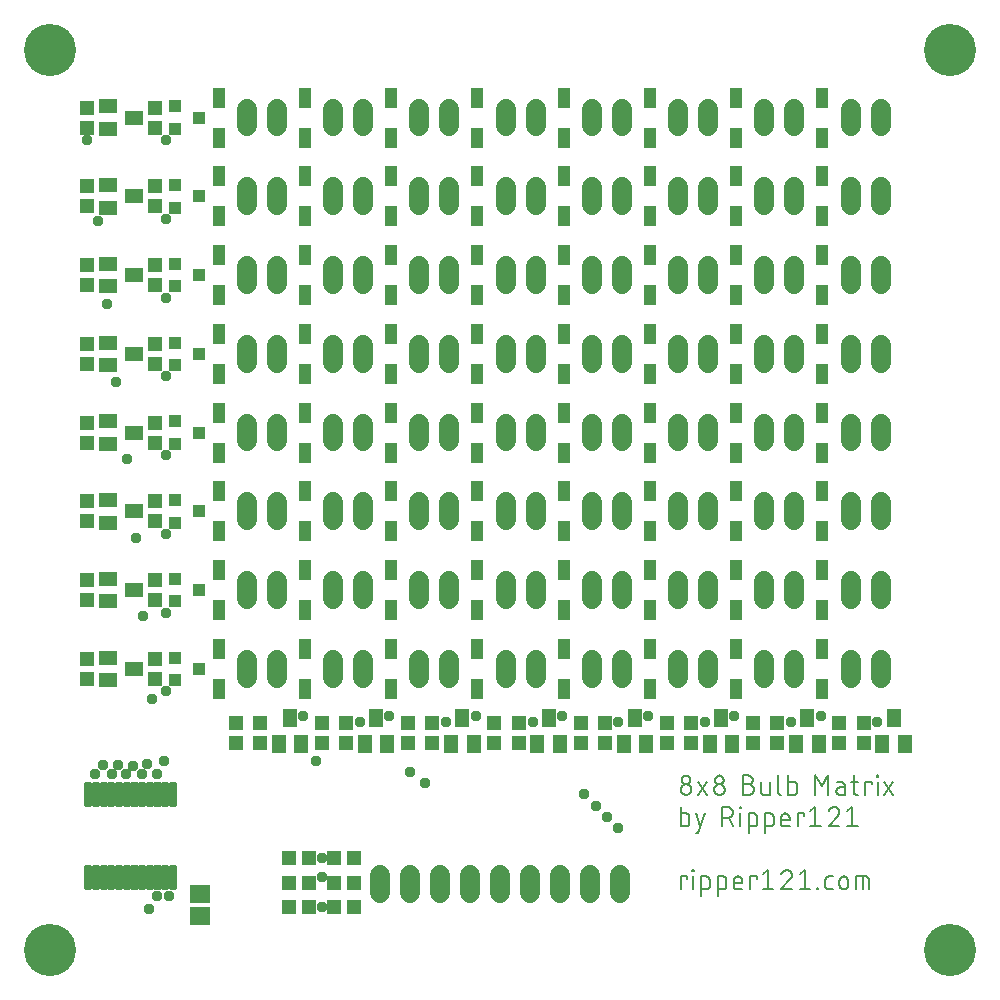
<source format=gbr>
G04 EAGLE Gerber RS-274X export*
G75*
%MOMM*%
%FSLAX34Y34*%
%LPD*%
%INSoldermask Top*%
%IPPOS*%
%AMOC8*
5,1,8,0,0,1.08239X$1,22.5*%
G01*
%ADD10C,0.152400*%
%ADD11C,0.321103*%
%ADD12R,1.003200X1.803200*%
%ADD13C,1.711200*%
%ADD14R,1.603200X1.203200*%
%ADD15R,1.303200X1.203200*%
%ADD16R,1.103200X1.003200*%
%ADD17R,1.203200X1.603200*%
%ADD18R,1.203200X1.303200*%
%ADD19R,1.703200X1.503200*%
%ADD20C,4.419200*%
%ADD21C,0.959600*%


D10*
X568594Y161488D02*
X568592Y161621D01*
X568586Y161753D01*
X568576Y161885D01*
X568563Y162017D01*
X568545Y162149D01*
X568524Y162279D01*
X568499Y162410D01*
X568470Y162539D01*
X568437Y162667D01*
X568401Y162795D01*
X568361Y162921D01*
X568317Y163046D01*
X568269Y163170D01*
X568218Y163292D01*
X568163Y163413D01*
X568105Y163532D01*
X568043Y163650D01*
X567978Y163765D01*
X567909Y163879D01*
X567838Y163990D01*
X567762Y164099D01*
X567684Y164206D01*
X567603Y164311D01*
X567518Y164413D01*
X567431Y164513D01*
X567341Y164610D01*
X567248Y164705D01*
X567152Y164796D01*
X567054Y164885D01*
X566953Y164971D01*
X566849Y165054D01*
X566743Y165134D01*
X566635Y165210D01*
X566525Y165284D01*
X566412Y165354D01*
X566298Y165421D01*
X566181Y165484D01*
X566063Y165544D01*
X565943Y165601D01*
X565821Y165654D01*
X565698Y165703D01*
X565574Y165749D01*
X565448Y165791D01*
X565321Y165829D01*
X565193Y165864D01*
X565064Y165895D01*
X564935Y165922D01*
X564804Y165945D01*
X564673Y165965D01*
X564541Y165980D01*
X564409Y165992D01*
X564277Y166000D01*
X564144Y166004D01*
X564012Y166004D01*
X563879Y166000D01*
X563747Y165992D01*
X563615Y165980D01*
X563483Y165965D01*
X563352Y165945D01*
X563221Y165922D01*
X563092Y165895D01*
X562963Y165864D01*
X562835Y165829D01*
X562708Y165791D01*
X562582Y165749D01*
X562458Y165703D01*
X562335Y165654D01*
X562213Y165601D01*
X562093Y165544D01*
X561975Y165484D01*
X561858Y165421D01*
X561744Y165354D01*
X561631Y165284D01*
X561521Y165210D01*
X561413Y165134D01*
X561307Y165054D01*
X561203Y164971D01*
X561102Y164885D01*
X561004Y164796D01*
X560908Y164705D01*
X560815Y164610D01*
X560725Y164513D01*
X560638Y164413D01*
X560553Y164311D01*
X560472Y164206D01*
X560394Y164099D01*
X560318Y163990D01*
X560247Y163879D01*
X560178Y163765D01*
X560113Y163650D01*
X560051Y163532D01*
X559993Y163413D01*
X559938Y163292D01*
X559887Y163170D01*
X559839Y163046D01*
X559795Y162921D01*
X559755Y162795D01*
X559719Y162667D01*
X559686Y162539D01*
X559657Y162410D01*
X559632Y162279D01*
X559611Y162149D01*
X559593Y162017D01*
X559580Y161885D01*
X559570Y161753D01*
X559564Y161621D01*
X559562Y161488D01*
X559564Y161355D01*
X559570Y161223D01*
X559580Y161091D01*
X559593Y160959D01*
X559611Y160827D01*
X559632Y160697D01*
X559657Y160566D01*
X559686Y160437D01*
X559719Y160309D01*
X559755Y160181D01*
X559795Y160055D01*
X559839Y159930D01*
X559887Y159806D01*
X559938Y159684D01*
X559993Y159563D01*
X560051Y159444D01*
X560113Y159326D01*
X560178Y159211D01*
X560247Y159097D01*
X560318Y158986D01*
X560394Y158877D01*
X560472Y158770D01*
X560553Y158665D01*
X560638Y158563D01*
X560725Y158463D01*
X560815Y158366D01*
X560908Y158271D01*
X561004Y158180D01*
X561102Y158091D01*
X561203Y158005D01*
X561307Y157922D01*
X561413Y157842D01*
X561521Y157766D01*
X561631Y157692D01*
X561744Y157622D01*
X561858Y157555D01*
X561975Y157492D01*
X562093Y157432D01*
X562213Y157375D01*
X562335Y157322D01*
X562458Y157273D01*
X562582Y157227D01*
X562708Y157185D01*
X562835Y157147D01*
X562963Y157112D01*
X563092Y157081D01*
X563221Y157054D01*
X563352Y157031D01*
X563483Y157011D01*
X563615Y156996D01*
X563747Y156984D01*
X563879Y156976D01*
X564012Y156972D01*
X564144Y156972D01*
X564277Y156976D01*
X564409Y156984D01*
X564541Y156996D01*
X564673Y157011D01*
X564804Y157031D01*
X564935Y157054D01*
X565064Y157081D01*
X565193Y157112D01*
X565321Y157147D01*
X565448Y157185D01*
X565574Y157227D01*
X565698Y157273D01*
X565821Y157322D01*
X565943Y157375D01*
X566063Y157432D01*
X566181Y157492D01*
X566298Y157555D01*
X566412Y157622D01*
X566525Y157692D01*
X566635Y157766D01*
X566743Y157842D01*
X566849Y157922D01*
X566953Y158005D01*
X567054Y158091D01*
X567152Y158180D01*
X567248Y158271D01*
X567341Y158366D01*
X567431Y158463D01*
X567518Y158563D01*
X567603Y158665D01*
X567684Y158770D01*
X567762Y158877D01*
X567838Y158986D01*
X567909Y159097D01*
X567978Y159211D01*
X568043Y159326D01*
X568105Y159444D01*
X568163Y159563D01*
X568218Y159684D01*
X568269Y159806D01*
X568317Y159930D01*
X568361Y160055D01*
X568401Y160181D01*
X568437Y160309D01*
X568470Y160437D01*
X568499Y160566D01*
X568524Y160697D01*
X568545Y160827D01*
X568563Y160959D01*
X568576Y161091D01*
X568586Y161223D01*
X568592Y161355D01*
X568594Y161488D01*
X567690Y169616D02*
X567688Y169735D01*
X567682Y169855D01*
X567672Y169974D01*
X567658Y170092D01*
X567641Y170211D01*
X567619Y170328D01*
X567594Y170445D01*
X567564Y170560D01*
X567531Y170675D01*
X567494Y170789D01*
X567454Y170901D01*
X567409Y171012D01*
X567361Y171121D01*
X567310Y171229D01*
X567255Y171335D01*
X567196Y171439D01*
X567134Y171541D01*
X567069Y171641D01*
X567000Y171739D01*
X566928Y171835D01*
X566853Y171928D01*
X566776Y172018D01*
X566695Y172106D01*
X566611Y172191D01*
X566524Y172273D01*
X566435Y172353D01*
X566343Y172429D01*
X566249Y172503D01*
X566152Y172573D01*
X566054Y172640D01*
X565953Y172704D01*
X565849Y172764D01*
X565744Y172821D01*
X565637Y172874D01*
X565529Y172924D01*
X565419Y172970D01*
X565307Y173012D01*
X565194Y173051D01*
X565080Y173086D01*
X564965Y173117D01*
X564848Y173145D01*
X564731Y173168D01*
X564614Y173188D01*
X564495Y173204D01*
X564376Y173216D01*
X564257Y173224D01*
X564138Y173228D01*
X564018Y173228D01*
X563899Y173224D01*
X563780Y173216D01*
X563661Y173204D01*
X563542Y173188D01*
X563425Y173168D01*
X563308Y173145D01*
X563191Y173117D01*
X563076Y173086D01*
X562962Y173051D01*
X562849Y173012D01*
X562737Y172970D01*
X562627Y172924D01*
X562519Y172874D01*
X562412Y172821D01*
X562307Y172764D01*
X562203Y172704D01*
X562102Y172640D01*
X562004Y172573D01*
X561907Y172503D01*
X561813Y172429D01*
X561721Y172353D01*
X561632Y172273D01*
X561545Y172191D01*
X561461Y172106D01*
X561380Y172018D01*
X561303Y171928D01*
X561228Y171835D01*
X561156Y171739D01*
X561087Y171641D01*
X561022Y171541D01*
X560960Y171439D01*
X560901Y171335D01*
X560846Y171229D01*
X560795Y171121D01*
X560747Y171012D01*
X560702Y170901D01*
X560662Y170789D01*
X560625Y170675D01*
X560592Y170560D01*
X560562Y170445D01*
X560537Y170328D01*
X560515Y170211D01*
X560498Y170092D01*
X560484Y169974D01*
X560474Y169855D01*
X560468Y169735D01*
X560466Y169616D01*
X560468Y169497D01*
X560474Y169377D01*
X560484Y169258D01*
X560498Y169140D01*
X560515Y169021D01*
X560537Y168904D01*
X560562Y168787D01*
X560592Y168672D01*
X560625Y168557D01*
X560662Y168443D01*
X560702Y168331D01*
X560747Y168220D01*
X560795Y168111D01*
X560846Y168003D01*
X560901Y167897D01*
X560960Y167793D01*
X561022Y167691D01*
X561087Y167591D01*
X561156Y167493D01*
X561228Y167397D01*
X561303Y167304D01*
X561380Y167214D01*
X561461Y167126D01*
X561545Y167041D01*
X561632Y166959D01*
X561721Y166879D01*
X561813Y166803D01*
X561907Y166729D01*
X562004Y166659D01*
X562102Y166592D01*
X562203Y166528D01*
X562307Y166468D01*
X562412Y166411D01*
X562519Y166358D01*
X562627Y166308D01*
X562737Y166262D01*
X562849Y166220D01*
X562962Y166181D01*
X563076Y166146D01*
X563191Y166115D01*
X563308Y166087D01*
X563425Y166064D01*
X563542Y166044D01*
X563661Y166028D01*
X563780Y166016D01*
X563899Y166008D01*
X564018Y166004D01*
X564138Y166004D01*
X564257Y166008D01*
X564376Y166016D01*
X564495Y166028D01*
X564614Y166044D01*
X564731Y166064D01*
X564848Y166087D01*
X564965Y166115D01*
X565080Y166146D01*
X565194Y166181D01*
X565307Y166220D01*
X565419Y166262D01*
X565529Y166308D01*
X565637Y166358D01*
X565744Y166411D01*
X565849Y166468D01*
X565953Y166528D01*
X566054Y166592D01*
X566152Y166659D01*
X566249Y166729D01*
X566343Y166803D01*
X566435Y166879D01*
X566524Y166959D01*
X566611Y167041D01*
X566695Y167126D01*
X566776Y167214D01*
X566853Y167304D01*
X566928Y167397D01*
X567000Y167493D01*
X567069Y167591D01*
X567134Y167691D01*
X567196Y167793D01*
X567255Y167897D01*
X567310Y168003D01*
X567361Y168111D01*
X567409Y168220D01*
X567454Y168331D01*
X567494Y168443D01*
X567531Y168557D01*
X567564Y168672D01*
X567594Y168787D01*
X567619Y168904D01*
X567641Y169021D01*
X567658Y169140D01*
X567672Y169258D01*
X567682Y169377D01*
X567688Y169497D01*
X567690Y169616D01*
X581758Y167809D02*
X574533Y156972D01*
X581758Y156972D02*
X574533Y167809D01*
X587698Y161488D02*
X587700Y161621D01*
X587706Y161753D01*
X587716Y161885D01*
X587729Y162017D01*
X587747Y162149D01*
X587768Y162279D01*
X587793Y162410D01*
X587822Y162539D01*
X587855Y162667D01*
X587891Y162795D01*
X587931Y162921D01*
X587975Y163046D01*
X588023Y163170D01*
X588074Y163292D01*
X588129Y163413D01*
X588187Y163532D01*
X588249Y163650D01*
X588314Y163765D01*
X588383Y163879D01*
X588454Y163990D01*
X588530Y164099D01*
X588608Y164206D01*
X588689Y164311D01*
X588774Y164413D01*
X588861Y164513D01*
X588951Y164610D01*
X589044Y164705D01*
X589140Y164796D01*
X589238Y164885D01*
X589339Y164971D01*
X589443Y165054D01*
X589549Y165134D01*
X589657Y165210D01*
X589767Y165284D01*
X589880Y165354D01*
X589994Y165421D01*
X590111Y165484D01*
X590229Y165544D01*
X590349Y165601D01*
X590471Y165654D01*
X590594Y165703D01*
X590718Y165749D01*
X590844Y165791D01*
X590971Y165829D01*
X591099Y165864D01*
X591228Y165895D01*
X591357Y165922D01*
X591488Y165945D01*
X591619Y165965D01*
X591751Y165980D01*
X591883Y165992D01*
X592015Y166000D01*
X592148Y166004D01*
X592280Y166004D01*
X592413Y166000D01*
X592545Y165992D01*
X592677Y165980D01*
X592809Y165965D01*
X592940Y165945D01*
X593071Y165922D01*
X593200Y165895D01*
X593329Y165864D01*
X593457Y165829D01*
X593584Y165791D01*
X593710Y165749D01*
X593834Y165703D01*
X593957Y165654D01*
X594079Y165601D01*
X594199Y165544D01*
X594317Y165484D01*
X594434Y165421D01*
X594548Y165354D01*
X594661Y165284D01*
X594771Y165210D01*
X594879Y165134D01*
X594985Y165054D01*
X595089Y164971D01*
X595190Y164885D01*
X595288Y164796D01*
X595384Y164705D01*
X595477Y164610D01*
X595567Y164513D01*
X595654Y164413D01*
X595739Y164311D01*
X595820Y164206D01*
X595898Y164099D01*
X595974Y163990D01*
X596045Y163879D01*
X596114Y163765D01*
X596179Y163650D01*
X596241Y163532D01*
X596299Y163413D01*
X596354Y163292D01*
X596405Y163170D01*
X596453Y163046D01*
X596497Y162921D01*
X596537Y162795D01*
X596573Y162667D01*
X596606Y162539D01*
X596635Y162410D01*
X596660Y162279D01*
X596681Y162149D01*
X596699Y162017D01*
X596712Y161885D01*
X596722Y161753D01*
X596728Y161621D01*
X596730Y161488D01*
X596728Y161355D01*
X596722Y161223D01*
X596712Y161091D01*
X596699Y160959D01*
X596681Y160827D01*
X596660Y160697D01*
X596635Y160566D01*
X596606Y160437D01*
X596573Y160309D01*
X596537Y160181D01*
X596497Y160055D01*
X596453Y159930D01*
X596405Y159806D01*
X596354Y159684D01*
X596299Y159563D01*
X596241Y159444D01*
X596179Y159326D01*
X596114Y159211D01*
X596045Y159097D01*
X595974Y158986D01*
X595898Y158877D01*
X595820Y158770D01*
X595739Y158665D01*
X595654Y158563D01*
X595567Y158463D01*
X595477Y158366D01*
X595384Y158271D01*
X595288Y158180D01*
X595190Y158091D01*
X595089Y158005D01*
X594985Y157922D01*
X594879Y157842D01*
X594771Y157766D01*
X594661Y157692D01*
X594548Y157622D01*
X594434Y157555D01*
X594317Y157492D01*
X594199Y157432D01*
X594079Y157375D01*
X593957Y157322D01*
X593834Y157273D01*
X593710Y157227D01*
X593584Y157185D01*
X593457Y157147D01*
X593329Y157112D01*
X593200Y157081D01*
X593071Y157054D01*
X592940Y157031D01*
X592809Y157011D01*
X592677Y156996D01*
X592545Y156984D01*
X592413Y156976D01*
X592280Y156972D01*
X592148Y156972D01*
X592015Y156976D01*
X591883Y156984D01*
X591751Y156996D01*
X591619Y157011D01*
X591488Y157031D01*
X591357Y157054D01*
X591228Y157081D01*
X591099Y157112D01*
X590971Y157147D01*
X590844Y157185D01*
X590718Y157227D01*
X590594Y157273D01*
X590471Y157322D01*
X590349Y157375D01*
X590229Y157432D01*
X590111Y157492D01*
X589994Y157555D01*
X589880Y157622D01*
X589767Y157692D01*
X589657Y157766D01*
X589549Y157842D01*
X589443Y157922D01*
X589339Y158005D01*
X589238Y158091D01*
X589140Y158180D01*
X589044Y158271D01*
X588951Y158366D01*
X588861Y158463D01*
X588774Y158563D01*
X588689Y158665D01*
X588608Y158770D01*
X588530Y158877D01*
X588454Y158986D01*
X588383Y159097D01*
X588314Y159211D01*
X588249Y159326D01*
X588187Y159444D01*
X588129Y159563D01*
X588074Y159684D01*
X588023Y159806D01*
X587975Y159930D01*
X587931Y160055D01*
X587891Y160181D01*
X587855Y160309D01*
X587822Y160437D01*
X587793Y160566D01*
X587768Y160697D01*
X587747Y160827D01*
X587729Y160959D01*
X587716Y161091D01*
X587706Y161223D01*
X587700Y161355D01*
X587698Y161488D01*
X588602Y169616D02*
X588604Y169735D01*
X588610Y169855D01*
X588620Y169974D01*
X588634Y170092D01*
X588651Y170211D01*
X588673Y170328D01*
X588698Y170445D01*
X588728Y170560D01*
X588761Y170675D01*
X588798Y170789D01*
X588838Y170901D01*
X588883Y171012D01*
X588931Y171121D01*
X588982Y171229D01*
X589037Y171335D01*
X589096Y171439D01*
X589158Y171541D01*
X589223Y171641D01*
X589292Y171739D01*
X589364Y171835D01*
X589439Y171928D01*
X589516Y172018D01*
X589597Y172106D01*
X589681Y172191D01*
X589768Y172273D01*
X589857Y172353D01*
X589949Y172429D01*
X590043Y172503D01*
X590140Y172573D01*
X590238Y172640D01*
X590339Y172704D01*
X590443Y172764D01*
X590548Y172821D01*
X590655Y172874D01*
X590763Y172924D01*
X590873Y172970D01*
X590985Y173012D01*
X591098Y173051D01*
X591212Y173086D01*
X591327Y173117D01*
X591444Y173145D01*
X591561Y173168D01*
X591678Y173188D01*
X591797Y173204D01*
X591916Y173216D01*
X592035Y173224D01*
X592154Y173228D01*
X592274Y173228D01*
X592393Y173224D01*
X592512Y173216D01*
X592631Y173204D01*
X592750Y173188D01*
X592867Y173168D01*
X592984Y173145D01*
X593101Y173117D01*
X593216Y173086D01*
X593330Y173051D01*
X593443Y173012D01*
X593555Y172970D01*
X593665Y172924D01*
X593773Y172874D01*
X593880Y172821D01*
X593985Y172764D01*
X594089Y172704D01*
X594190Y172640D01*
X594288Y172573D01*
X594385Y172503D01*
X594479Y172429D01*
X594571Y172353D01*
X594660Y172273D01*
X594747Y172191D01*
X594831Y172106D01*
X594912Y172018D01*
X594989Y171928D01*
X595064Y171835D01*
X595136Y171739D01*
X595205Y171641D01*
X595270Y171541D01*
X595332Y171439D01*
X595391Y171335D01*
X595446Y171229D01*
X595497Y171121D01*
X595545Y171012D01*
X595590Y170901D01*
X595630Y170789D01*
X595667Y170675D01*
X595700Y170560D01*
X595730Y170445D01*
X595755Y170328D01*
X595777Y170211D01*
X595794Y170092D01*
X595808Y169974D01*
X595818Y169855D01*
X595824Y169735D01*
X595826Y169616D01*
X595824Y169497D01*
X595818Y169377D01*
X595808Y169258D01*
X595794Y169140D01*
X595777Y169021D01*
X595755Y168904D01*
X595730Y168787D01*
X595700Y168672D01*
X595667Y168557D01*
X595630Y168443D01*
X595590Y168331D01*
X595545Y168220D01*
X595497Y168111D01*
X595446Y168003D01*
X595391Y167897D01*
X595332Y167793D01*
X595270Y167691D01*
X595205Y167591D01*
X595136Y167493D01*
X595064Y167397D01*
X594989Y167304D01*
X594912Y167214D01*
X594831Y167126D01*
X594747Y167041D01*
X594660Y166959D01*
X594571Y166879D01*
X594479Y166803D01*
X594385Y166729D01*
X594288Y166659D01*
X594190Y166592D01*
X594089Y166528D01*
X593985Y166468D01*
X593880Y166411D01*
X593773Y166358D01*
X593665Y166308D01*
X593555Y166262D01*
X593443Y166220D01*
X593330Y166181D01*
X593216Y166146D01*
X593101Y166115D01*
X592984Y166087D01*
X592867Y166064D01*
X592750Y166044D01*
X592631Y166028D01*
X592512Y166016D01*
X592393Y166008D01*
X592274Y166004D01*
X592154Y166004D01*
X592035Y166008D01*
X591916Y166016D01*
X591797Y166028D01*
X591678Y166044D01*
X591561Y166064D01*
X591444Y166087D01*
X591327Y166115D01*
X591212Y166146D01*
X591098Y166181D01*
X590985Y166220D01*
X590873Y166262D01*
X590763Y166308D01*
X590655Y166358D01*
X590548Y166411D01*
X590443Y166468D01*
X590339Y166528D01*
X590238Y166592D01*
X590140Y166659D01*
X590043Y166729D01*
X589949Y166803D01*
X589857Y166879D01*
X589768Y166959D01*
X589681Y167041D01*
X589597Y167126D01*
X589516Y167214D01*
X589439Y167304D01*
X589364Y167397D01*
X589292Y167493D01*
X589223Y167591D01*
X589158Y167691D01*
X589096Y167793D01*
X589037Y167897D01*
X588982Y168003D01*
X588931Y168111D01*
X588883Y168220D01*
X588838Y168331D01*
X588798Y168443D01*
X588761Y168557D01*
X588728Y168672D01*
X588698Y168787D01*
X588673Y168904D01*
X588651Y169021D01*
X588634Y169140D01*
X588620Y169258D01*
X588610Y169377D01*
X588604Y169497D01*
X588602Y169616D01*
X612398Y166003D02*
X616914Y166003D01*
X616914Y166004D02*
X617047Y166002D01*
X617179Y165996D01*
X617311Y165986D01*
X617443Y165973D01*
X617575Y165955D01*
X617705Y165934D01*
X617836Y165909D01*
X617965Y165880D01*
X618093Y165847D01*
X618221Y165811D01*
X618347Y165771D01*
X618472Y165727D01*
X618596Y165679D01*
X618718Y165628D01*
X618839Y165573D01*
X618958Y165515D01*
X619076Y165453D01*
X619191Y165388D01*
X619305Y165319D01*
X619416Y165248D01*
X619525Y165172D01*
X619632Y165094D01*
X619737Y165013D01*
X619839Y164928D01*
X619939Y164841D01*
X620036Y164751D01*
X620131Y164658D01*
X620222Y164562D01*
X620311Y164464D01*
X620397Y164363D01*
X620480Y164259D01*
X620560Y164153D01*
X620636Y164045D01*
X620710Y163935D01*
X620780Y163822D01*
X620847Y163708D01*
X620910Y163591D01*
X620970Y163473D01*
X621027Y163353D01*
X621080Y163231D01*
X621129Y163108D01*
X621175Y162984D01*
X621217Y162858D01*
X621255Y162731D01*
X621290Y162603D01*
X621321Y162474D01*
X621348Y162345D01*
X621371Y162214D01*
X621391Y162083D01*
X621406Y161951D01*
X621418Y161819D01*
X621426Y161687D01*
X621430Y161554D01*
X621430Y161422D01*
X621426Y161289D01*
X621418Y161157D01*
X621406Y161025D01*
X621391Y160893D01*
X621371Y160762D01*
X621348Y160631D01*
X621321Y160502D01*
X621290Y160373D01*
X621255Y160245D01*
X621217Y160118D01*
X621175Y159992D01*
X621129Y159868D01*
X621080Y159745D01*
X621027Y159623D01*
X620970Y159503D01*
X620910Y159385D01*
X620847Y159268D01*
X620780Y159154D01*
X620710Y159041D01*
X620636Y158931D01*
X620560Y158823D01*
X620480Y158717D01*
X620397Y158613D01*
X620311Y158512D01*
X620222Y158414D01*
X620131Y158318D01*
X620036Y158225D01*
X619939Y158135D01*
X619839Y158048D01*
X619737Y157963D01*
X619632Y157882D01*
X619525Y157804D01*
X619416Y157728D01*
X619305Y157657D01*
X619191Y157588D01*
X619076Y157523D01*
X618958Y157461D01*
X618839Y157403D01*
X618718Y157348D01*
X618596Y157297D01*
X618472Y157249D01*
X618347Y157205D01*
X618221Y157165D01*
X618093Y157129D01*
X617965Y157096D01*
X617836Y157067D01*
X617705Y157042D01*
X617575Y157021D01*
X617443Y157003D01*
X617311Y156990D01*
X617179Y156980D01*
X617047Y156974D01*
X616914Y156972D01*
X612398Y156972D01*
X612398Y173228D01*
X616914Y173228D01*
X617033Y173226D01*
X617153Y173220D01*
X617272Y173210D01*
X617390Y173196D01*
X617509Y173179D01*
X617626Y173157D01*
X617743Y173132D01*
X617858Y173102D01*
X617973Y173069D01*
X618087Y173032D01*
X618199Y172992D01*
X618310Y172947D01*
X618419Y172899D01*
X618527Y172848D01*
X618633Y172793D01*
X618737Y172734D01*
X618839Y172672D01*
X618939Y172607D01*
X619037Y172538D01*
X619133Y172466D01*
X619226Y172391D01*
X619316Y172314D01*
X619404Y172233D01*
X619489Y172149D01*
X619571Y172062D01*
X619651Y171973D01*
X619727Y171881D01*
X619801Y171787D01*
X619871Y171690D01*
X619938Y171592D01*
X620002Y171491D01*
X620062Y171387D01*
X620119Y171282D01*
X620172Y171175D01*
X620222Y171067D01*
X620268Y170957D01*
X620310Y170845D01*
X620349Y170732D01*
X620384Y170618D01*
X620415Y170503D01*
X620443Y170386D01*
X620466Y170269D01*
X620486Y170152D01*
X620502Y170033D01*
X620514Y169914D01*
X620522Y169795D01*
X620526Y169676D01*
X620526Y169556D01*
X620522Y169437D01*
X620514Y169318D01*
X620502Y169199D01*
X620486Y169080D01*
X620466Y168963D01*
X620443Y168846D01*
X620415Y168729D01*
X620384Y168614D01*
X620349Y168500D01*
X620310Y168387D01*
X620268Y168275D01*
X620222Y168165D01*
X620172Y168057D01*
X620119Y167950D01*
X620062Y167845D01*
X620002Y167741D01*
X619938Y167640D01*
X619871Y167542D01*
X619801Y167445D01*
X619727Y167351D01*
X619651Y167259D01*
X619571Y167170D01*
X619489Y167083D01*
X619404Y166999D01*
X619316Y166918D01*
X619226Y166841D01*
X619133Y166766D01*
X619037Y166694D01*
X618939Y166625D01*
X618839Y166560D01*
X618737Y166498D01*
X618633Y166439D01*
X618527Y166384D01*
X618419Y166333D01*
X618310Y166285D01*
X618199Y166240D01*
X618087Y166200D01*
X617973Y166163D01*
X617858Y166130D01*
X617743Y166100D01*
X617626Y166075D01*
X617509Y166053D01*
X617390Y166036D01*
X617272Y166022D01*
X617153Y166012D01*
X617033Y166006D01*
X616914Y166004D01*
X627679Y167809D02*
X627679Y159681D01*
X627680Y159681D02*
X627682Y159580D01*
X627688Y159479D01*
X627697Y159378D01*
X627710Y159277D01*
X627727Y159177D01*
X627748Y159078D01*
X627772Y158980D01*
X627800Y158883D01*
X627832Y158786D01*
X627867Y158691D01*
X627906Y158598D01*
X627948Y158506D01*
X627994Y158415D01*
X628043Y158327D01*
X628095Y158240D01*
X628151Y158155D01*
X628209Y158072D01*
X628271Y157992D01*
X628336Y157914D01*
X628403Y157838D01*
X628473Y157765D01*
X628546Y157695D01*
X628622Y157628D01*
X628700Y157563D01*
X628780Y157501D01*
X628863Y157443D01*
X628948Y157387D01*
X629035Y157335D01*
X629123Y157286D01*
X629214Y157240D01*
X629306Y157198D01*
X629399Y157159D01*
X629494Y157124D01*
X629591Y157092D01*
X629688Y157064D01*
X629786Y157040D01*
X629885Y157019D01*
X629985Y157002D01*
X630086Y156989D01*
X630187Y156980D01*
X630288Y156974D01*
X630389Y156972D01*
X634904Y156972D01*
X634904Y167809D01*
X641984Y173228D02*
X641984Y159681D01*
X641985Y159681D02*
X641987Y159580D01*
X641993Y159479D01*
X642002Y159378D01*
X642015Y159277D01*
X642032Y159177D01*
X642053Y159078D01*
X642077Y158980D01*
X642105Y158883D01*
X642137Y158786D01*
X642172Y158691D01*
X642211Y158598D01*
X642253Y158506D01*
X642299Y158415D01*
X642348Y158327D01*
X642400Y158240D01*
X642456Y158155D01*
X642514Y158072D01*
X642576Y157992D01*
X642641Y157914D01*
X642708Y157838D01*
X642778Y157765D01*
X642851Y157695D01*
X642927Y157628D01*
X643005Y157563D01*
X643085Y157501D01*
X643168Y157443D01*
X643253Y157387D01*
X643340Y157335D01*
X643428Y157286D01*
X643519Y157240D01*
X643611Y157198D01*
X643704Y157159D01*
X643799Y157124D01*
X643896Y157092D01*
X643993Y157064D01*
X644091Y157040D01*
X644190Y157019D01*
X644290Y157002D01*
X644391Y156989D01*
X644492Y156980D01*
X644593Y156974D01*
X644694Y156972D01*
X650678Y156972D02*
X650678Y173228D01*
X650678Y156972D02*
X655194Y156972D01*
X655298Y156974D01*
X655401Y156980D01*
X655505Y156990D01*
X655608Y157004D01*
X655710Y157022D01*
X655811Y157043D01*
X655912Y157069D01*
X656011Y157098D01*
X656110Y157131D01*
X656207Y157168D01*
X656302Y157209D01*
X656396Y157253D01*
X656488Y157301D01*
X656578Y157352D01*
X656667Y157407D01*
X656753Y157465D01*
X656836Y157527D01*
X656918Y157591D01*
X656996Y157659D01*
X657072Y157729D01*
X657146Y157802D01*
X657216Y157879D01*
X657284Y157957D01*
X657348Y158039D01*
X657410Y158122D01*
X657468Y158208D01*
X657523Y158297D01*
X657574Y158387D01*
X657622Y158479D01*
X657666Y158573D01*
X657707Y158668D01*
X657744Y158765D01*
X657777Y158864D01*
X657806Y158963D01*
X657832Y159064D01*
X657853Y159165D01*
X657871Y159267D01*
X657885Y159370D01*
X657895Y159474D01*
X657901Y159577D01*
X657903Y159681D01*
X657903Y165100D01*
X657901Y165201D01*
X657895Y165302D01*
X657886Y165403D01*
X657873Y165504D01*
X657856Y165604D01*
X657835Y165703D01*
X657811Y165801D01*
X657783Y165898D01*
X657751Y165995D01*
X657716Y166090D01*
X657677Y166183D01*
X657635Y166275D01*
X657589Y166366D01*
X657540Y166455D01*
X657488Y166541D01*
X657432Y166626D01*
X657374Y166709D01*
X657312Y166789D01*
X657247Y166867D01*
X657180Y166943D01*
X657110Y167016D01*
X657037Y167086D01*
X656961Y167153D01*
X656883Y167218D01*
X656803Y167280D01*
X656720Y167338D01*
X656635Y167394D01*
X656549Y167446D01*
X656460Y167495D01*
X656369Y167541D01*
X656277Y167583D01*
X656184Y167622D01*
X656089Y167657D01*
X655992Y167689D01*
X655895Y167717D01*
X655797Y167741D01*
X655698Y167762D01*
X655598Y167779D01*
X655497Y167792D01*
X655396Y167801D01*
X655295Y167807D01*
X655194Y167809D01*
X650678Y167809D01*
X673288Y173228D02*
X673288Y156972D01*
X678706Y164197D02*
X673288Y173228D01*
X678706Y164197D02*
X684125Y173228D01*
X684125Y156972D01*
X694334Y163294D02*
X698398Y163294D01*
X694334Y163294D02*
X694222Y163292D01*
X694111Y163286D01*
X694000Y163276D01*
X693889Y163263D01*
X693779Y163245D01*
X693670Y163223D01*
X693561Y163198D01*
X693453Y163169D01*
X693347Y163136D01*
X693241Y163099D01*
X693137Y163059D01*
X693035Y163015D01*
X692934Y162967D01*
X692835Y162916D01*
X692737Y162861D01*
X692642Y162803D01*
X692549Y162742D01*
X692458Y162677D01*
X692369Y162609D01*
X692283Y162538D01*
X692200Y162465D01*
X692119Y162388D01*
X692040Y162308D01*
X691965Y162226D01*
X691893Y162141D01*
X691823Y162054D01*
X691757Y161964D01*
X691694Y161872D01*
X691634Y161777D01*
X691578Y161681D01*
X691525Y161583D01*
X691476Y161483D01*
X691430Y161381D01*
X691388Y161278D01*
X691349Y161173D01*
X691314Y161067D01*
X691283Y160960D01*
X691256Y160852D01*
X691232Y160743D01*
X691213Y160633D01*
X691197Y160523D01*
X691185Y160412D01*
X691177Y160300D01*
X691173Y160189D01*
X691173Y160077D01*
X691177Y159966D01*
X691185Y159854D01*
X691197Y159743D01*
X691213Y159633D01*
X691232Y159523D01*
X691256Y159414D01*
X691283Y159306D01*
X691314Y159199D01*
X691349Y159093D01*
X691388Y158988D01*
X691430Y158885D01*
X691476Y158783D01*
X691525Y158683D01*
X691578Y158585D01*
X691634Y158489D01*
X691694Y158394D01*
X691757Y158302D01*
X691823Y158212D01*
X691893Y158125D01*
X691965Y158040D01*
X692040Y157958D01*
X692119Y157878D01*
X692200Y157801D01*
X692283Y157728D01*
X692369Y157657D01*
X692458Y157589D01*
X692549Y157524D01*
X692642Y157463D01*
X692737Y157405D01*
X692835Y157350D01*
X692934Y157299D01*
X693035Y157251D01*
X693137Y157207D01*
X693241Y157167D01*
X693347Y157130D01*
X693453Y157097D01*
X693561Y157068D01*
X693670Y157043D01*
X693779Y157021D01*
X693889Y157003D01*
X694000Y156990D01*
X694111Y156980D01*
X694222Y156974D01*
X694334Y156972D01*
X698398Y156972D01*
X698398Y165100D01*
X698396Y165201D01*
X698390Y165302D01*
X698381Y165403D01*
X698368Y165504D01*
X698351Y165604D01*
X698330Y165703D01*
X698306Y165801D01*
X698278Y165898D01*
X698246Y165995D01*
X698211Y166090D01*
X698172Y166183D01*
X698130Y166275D01*
X698084Y166366D01*
X698035Y166455D01*
X697983Y166541D01*
X697927Y166626D01*
X697869Y166709D01*
X697807Y166789D01*
X697742Y166867D01*
X697675Y166943D01*
X697605Y167016D01*
X697532Y167086D01*
X697456Y167153D01*
X697378Y167218D01*
X697298Y167280D01*
X697215Y167338D01*
X697130Y167394D01*
X697044Y167446D01*
X696955Y167495D01*
X696864Y167541D01*
X696772Y167583D01*
X696679Y167622D01*
X696584Y167657D01*
X696487Y167689D01*
X696390Y167717D01*
X696292Y167741D01*
X696193Y167762D01*
X696093Y167779D01*
X695992Y167792D01*
X695891Y167801D01*
X695790Y167807D01*
X695689Y167809D01*
X692076Y167809D01*
X704017Y167809D02*
X709436Y167809D01*
X705823Y173228D02*
X705823Y159681D01*
X705824Y159681D02*
X705826Y159580D01*
X705832Y159479D01*
X705841Y159378D01*
X705854Y159277D01*
X705871Y159177D01*
X705892Y159078D01*
X705916Y158980D01*
X705944Y158883D01*
X705976Y158786D01*
X706011Y158691D01*
X706050Y158598D01*
X706092Y158506D01*
X706138Y158415D01*
X706187Y158327D01*
X706239Y158240D01*
X706295Y158155D01*
X706353Y158072D01*
X706415Y157992D01*
X706480Y157914D01*
X706547Y157838D01*
X706617Y157765D01*
X706690Y157695D01*
X706766Y157628D01*
X706844Y157563D01*
X706924Y157501D01*
X707007Y157443D01*
X707092Y157387D01*
X707179Y157335D01*
X707267Y157286D01*
X707358Y157240D01*
X707450Y157198D01*
X707543Y157159D01*
X707638Y157124D01*
X707735Y157092D01*
X707832Y157064D01*
X707930Y157040D01*
X708029Y157019D01*
X708129Y157002D01*
X708230Y156989D01*
X708331Y156980D01*
X708432Y156974D01*
X708533Y156972D01*
X709436Y156972D01*
X715820Y156972D02*
X715820Y167809D01*
X721239Y167809D01*
X721239Y166003D01*
X726121Y167809D02*
X726121Y156972D01*
X725670Y172325D02*
X725670Y173228D01*
X726573Y173228D01*
X726573Y172325D01*
X725670Y172325D01*
X739112Y167809D02*
X731887Y156972D01*
X739112Y156972D02*
X731887Y167809D01*
X559562Y146558D02*
X559562Y130302D01*
X564078Y130302D01*
X564182Y130304D01*
X564285Y130310D01*
X564389Y130320D01*
X564492Y130334D01*
X564594Y130352D01*
X564695Y130373D01*
X564796Y130399D01*
X564895Y130428D01*
X564994Y130461D01*
X565091Y130498D01*
X565186Y130539D01*
X565280Y130583D01*
X565372Y130631D01*
X565462Y130682D01*
X565551Y130737D01*
X565637Y130795D01*
X565720Y130857D01*
X565802Y130921D01*
X565880Y130989D01*
X565956Y131059D01*
X566030Y131132D01*
X566100Y131209D01*
X566168Y131287D01*
X566232Y131369D01*
X566294Y131452D01*
X566352Y131538D01*
X566407Y131627D01*
X566458Y131717D01*
X566506Y131809D01*
X566550Y131903D01*
X566591Y131998D01*
X566628Y132095D01*
X566661Y132194D01*
X566690Y132293D01*
X566716Y132394D01*
X566737Y132495D01*
X566755Y132597D01*
X566769Y132700D01*
X566779Y132804D01*
X566785Y132907D01*
X566787Y133011D01*
X566787Y138430D01*
X566785Y138531D01*
X566779Y138632D01*
X566770Y138733D01*
X566757Y138834D01*
X566740Y138934D01*
X566719Y139033D01*
X566695Y139131D01*
X566667Y139228D01*
X566635Y139325D01*
X566600Y139420D01*
X566561Y139513D01*
X566519Y139605D01*
X566473Y139696D01*
X566424Y139785D01*
X566372Y139871D01*
X566316Y139956D01*
X566258Y140039D01*
X566196Y140119D01*
X566131Y140197D01*
X566064Y140273D01*
X565994Y140346D01*
X565921Y140416D01*
X565845Y140483D01*
X565767Y140548D01*
X565687Y140610D01*
X565604Y140668D01*
X565519Y140724D01*
X565433Y140776D01*
X565344Y140825D01*
X565253Y140871D01*
X565161Y140913D01*
X565068Y140952D01*
X564973Y140987D01*
X564876Y141019D01*
X564779Y141047D01*
X564681Y141071D01*
X564582Y141092D01*
X564482Y141109D01*
X564381Y141122D01*
X564280Y141131D01*
X564179Y141137D01*
X564078Y141139D01*
X559562Y141139D01*
X572515Y124883D02*
X574321Y124883D01*
X579740Y141139D01*
X572515Y141139D02*
X576127Y130302D01*
X594629Y130302D02*
X594629Y146558D01*
X599144Y146558D01*
X599277Y146556D01*
X599409Y146550D01*
X599541Y146540D01*
X599673Y146527D01*
X599805Y146509D01*
X599935Y146488D01*
X600066Y146463D01*
X600195Y146434D01*
X600323Y146401D01*
X600451Y146365D01*
X600577Y146325D01*
X600702Y146281D01*
X600826Y146233D01*
X600948Y146182D01*
X601069Y146127D01*
X601188Y146069D01*
X601306Y146007D01*
X601421Y145942D01*
X601535Y145873D01*
X601646Y145802D01*
X601755Y145726D01*
X601862Y145648D01*
X601967Y145567D01*
X602069Y145482D01*
X602169Y145395D01*
X602266Y145305D01*
X602361Y145212D01*
X602452Y145116D01*
X602541Y145018D01*
X602627Y144917D01*
X602710Y144813D01*
X602790Y144707D01*
X602866Y144599D01*
X602940Y144489D01*
X603010Y144376D01*
X603077Y144262D01*
X603140Y144145D01*
X603200Y144027D01*
X603257Y143907D01*
X603310Y143785D01*
X603359Y143662D01*
X603405Y143538D01*
X603447Y143412D01*
X603485Y143285D01*
X603520Y143157D01*
X603551Y143028D01*
X603578Y142899D01*
X603601Y142768D01*
X603621Y142637D01*
X603636Y142505D01*
X603648Y142373D01*
X603656Y142241D01*
X603660Y142108D01*
X603660Y141976D01*
X603656Y141843D01*
X603648Y141711D01*
X603636Y141579D01*
X603621Y141447D01*
X603601Y141316D01*
X603578Y141185D01*
X603551Y141056D01*
X603520Y140927D01*
X603485Y140799D01*
X603447Y140672D01*
X603405Y140546D01*
X603359Y140422D01*
X603310Y140299D01*
X603257Y140177D01*
X603200Y140057D01*
X603140Y139939D01*
X603077Y139822D01*
X603010Y139708D01*
X602940Y139595D01*
X602866Y139485D01*
X602790Y139377D01*
X602710Y139271D01*
X602627Y139167D01*
X602541Y139066D01*
X602452Y138968D01*
X602361Y138872D01*
X602266Y138779D01*
X602169Y138689D01*
X602069Y138602D01*
X601967Y138517D01*
X601862Y138436D01*
X601755Y138358D01*
X601646Y138282D01*
X601535Y138211D01*
X601421Y138142D01*
X601306Y138077D01*
X601188Y138015D01*
X601069Y137957D01*
X600948Y137902D01*
X600826Y137851D01*
X600702Y137803D01*
X600577Y137759D01*
X600451Y137719D01*
X600323Y137683D01*
X600195Y137650D01*
X600066Y137621D01*
X599935Y137596D01*
X599805Y137575D01*
X599673Y137557D01*
X599541Y137544D01*
X599409Y137534D01*
X599277Y137528D01*
X599144Y137526D01*
X599144Y137527D02*
X594629Y137527D01*
X600048Y137527D02*
X603660Y130302D01*
X609995Y130302D02*
X609995Y141139D01*
X609543Y145655D02*
X609543Y146558D01*
X610446Y146558D01*
X610446Y145655D01*
X609543Y145655D01*
X616876Y141139D02*
X616876Y124883D01*
X616876Y141139D02*
X621392Y141139D01*
X621496Y141137D01*
X621599Y141131D01*
X621703Y141121D01*
X621806Y141107D01*
X621908Y141089D01*
X622009Y141068D01*
X622110Y141042D01*
X622209Y141013D01*
X622308Y140980D01*
X622405Y140943D01*
X622500Y140902D01*
X622594Y140858D01*
X622686Y140810D01*
X622776Y140759D01*
X622865Y140704D01*
X622951Y140646D01*
X623034Y140584D01*
X623116Y140520D01*
X623194Y140452D01*
X623270Y140382D01*
X623344Y140309D01*
X623414Y140232D01*
X623482Y140154D01*
X623546Y140072D01*
X623608Y139989D01*
X623666Y139903D01*
X623721Y139814D01*
X623772Y139724D01*
X623820Y139632D01*
X623864Y139538D01*
X623905Y139443D01*
X623942Y139346D01*
X623975Y139247D01*
X624004Y139148D01*
X624030Y139047D01*
X624051Y138946D01*
X624069Y138844D01*
X624083Y138741D01*
X624093Y138637D01*
X624099Y138534D01*
X624101Y138430D01*
X624101Y133011D01*
X624099Y132910D01*
X624093Y132809D01*
X624084Y132708D01*
X624071Y132607D01*
X624054Y132507D01*
X624033Y132408D01*
X624009Y132310D01*
X623981Y132213D01*
X623949Y132116D01*
X623914Y132021D01*
X623875Y131928D01*
X623833Y131836D01*
X623787Y131745D01*
X623738Y131656D01*
X623686Y131570D01*
X623630Y131485D01*
X623572Y131402D01*
X623510Y131322D01*
X623445Y131244D01*
X623378Y131168D01*
X623308Y131095D01*
X623235Y131025D01*
X623159Y130958D01*
X623081Y130893D01*
X623001Y130831D01*
X622918Y130773D01*
X622833Y130717D01*
X622747Y130665D01*
X622658Y130616D01*
X622567Y130570D01*
X622475Y130528D01*
X622382Y130489D01*
X622287Y130454D01*
X622190Y130422D01*
X622093Y130394D01*
X621995Y130370D01*
X621896Y130349D01*
X621796Y130332D01*
X621695Y130319D01*
X621594Y130310D01*
X621493Y130304D01*
X621392Y130302D01*
X616876Y130302D01*
X630945Y124883D02*
X630945Y141139D01*
X635460Y141139D01*
X635564Y141137D01*
X635667Y141131D01*
X635771Y141121D01*
X635874Y141107D01*
X635976Y141089D01*
X636077Y141068D01*
X636178Y141042D01*
X636277Y141013D01*
X636376Y140980D01*
X636473Y140943D01*
X636568Y140902D01*
X636662Y140858D01*
X636754Y140810D01*
X636844Y140759D01*
X636933Y140704D01*
X637019Y140646D01*
X637102Y140584D01*
X637184Y140520D01*
X637262Y140452D01*
X637338Y140382D01*
X637412Y140309D01*
X637482Y140232D01*
X637550Y140154D01*
X637614Y140072D01*
X637676Y139989D01*
X637734Y139903D01*
X637789Y139814D01*
X637840Y139724D01*
X637888Y139632D01*
X637932Y139538D01*
X637973Y139443D01*
X638010Y139346D01*
X638043Y139247D01*
X638072Y139148D01*
X638098Y139047D01*
X638119Y138946D01*
X638137Y138844D01*
X638151Y138741D01*
X638161Y138637D01*
X638167Y138534D01*
X638169Y138430D01*
X638169Y133011D01*
X638167Y132910D01*
X638161Y132809D01*
X638152Y132708D01*
X638139Y132607D01*
X638122Y132507D01*
X638101Y132408D01*
X638077Y132310D01*
X638049Y132213D01*
X638017Y132116D01*
X637982Y132021D01*
X637943Y131928D01*
X637901Y131836D01*
X637855Y131745D01*
X637806Y131656D01*
X637754Y131570D01*
X637698Y131485D01*
X637640Y131402D01*
X637578Y131322D01*
X637513Y131244D01*
X637446Y131168D01*
X637376Y131095D01*
X637303Y131025D01*
X637227Y130958D01*
X637149Y130893D01*
X637069Y130831D01*
X636986Y130773D01*
X636901Y130717D01*
X636815Y130665D01*
X636726Y130616D01*
X636635Y130570D01*
X636543Y130528D01*
X636450Y130489D01*
X636355Y130454D01*
X636258Y130422D01*
X636161Y130394D01*
X636063Y130370D01*
X635964Y130349D01*
X635864Y130332D01*
X635763Y130319D01*
X635662Y130310D01*
X635561Y130304D01*
X635460Y130302D01*
X630945Y130302D01*
X647128Y130302D02*
X651643Y130302D01*
X647128Y130302D02*
X647027Y130304D01*
X646926Y130310D01*
X646825Y130319D01*
X646724Y130332D01*
X646624Y130349D01*
X646525Y130370D01*
X646427Y130394D01*
X646330Y130422D01*
X646233Y130454D01*
X646138Y130489D01*
X646045Y130528D01*
X645953Y130570D01*
X645862Y130616D01*
X645774Y130665D01*
X645687Y130717D01*
X645602Y130773D01*
X645519Y130831D01*
X645439Y130893D01*
X645361Y130958D01*
X645285Y131025D01*
X645212Y131095D01*
X645142Y131168D01*
X645075Y131244D01*
X645010Y131322D01*
X644948Y131402D01*
X644890Y131485D01*
X644834Y131570D01*
X644782Y131657D01*
X644733Y131745D01*
X644687Y131836D01*
X644645Y131928D01*
X644606Y132021D01*
X644571Y132116D01*
X644539Y132213D01*
X644511Y132310D01*
X644487Y132408D01*
X644466Y132507D01*
X644449Y132607D01*
X644436Y132708D01*
X644427Y132809D01*
X644421Y132910D01*
X644419Y133011D01*
X644418Y133011D02*
X644418Y137527D01*
X644419Y137527D02*
X644421Y137646D01*
X644427Y137766D01*
X644437Y137885D01*
X644451Y138003D01*
X644468Y138122D01*
X644490Y138239D01*
X644515Y138356D01*
X644545Y138471D01*
X644578Y138586D01*
X644615Y138700D01*
X644655Y138812D01*
X644700Y138923D01*
X644748Y139032D01*
X644799Y139140D01*
X644854Y139246D01*
X644913Y139350D01*
X644975Y139452D01*
X645040Y139552D01*
X645109Y139650D01*
X645181Y139746D01*
X645256Y139839D01*
X645333Y139929D01*
X645414Y140017D01*
X645498Y140102D01*
X645585Y140184D01*
X645674Y140264D01*
X645766Y140340D01*
X645860Y140414D01*
X645957Y140484D01*
X646055Y140551D01*
X646156Y140615D01*
X646260Y140675D01*
X646365Y140732D01*
X646472Y140785D01*
X646580Y140835D01*
X646690Y140881D01*
X646802Y140923D01*
X646915Y140962D01*
X647029Y140997D01*
X647144Y141028D01*
X647261Y141056D01*
X647378Y141079D01*
X647495Y141099D01*
X647614Y141115D01*
X647733Y141127D01*
X647852Y141135D01*
X647971Y141139D01*
X648091Y141139D01*
X648210Y141135D01*
X648329Y141127D01*
X648448Y141115D01*
X648567Y141099D01*
X648684Y141079D01*
X648801Y141056D01*
X648918Y141028D01*
X649033Y140997D01*
X649147Y140962D01*
X649260Y140923D01*
X649372Y140881D01*
X649482Y140835D01*
X649590Y140785D01*
X649697Y140732D01*
X649802Y140675D01*
X649906Y140615D01*
X650007Y140551D01*
X650105Y140484D01*
X650202Y140414D01*
X650296Y140340D01*
X650388Y140264D01*
X650477Y140184D01*
X650564Y140102D01*
X650648Y140017D01*
X650729Y139929D01*
X650806Y139839D01*
X650881Y139746D01*
X650953Y139650D01*
X651022Y139552D01*
X651087Y139452D01*
X651149Y139350D01*
X651208Y139246D01*
X651263Y139140D01*
X651314Y139032D01*
X651362Y138923D01*
X651407Y138812D01*
X651447Y138700D01*
X651484Y138586D01*
X651517Y138471D01*
X651547Y138356D01*
X651572Y138239D01*
X651594Y138122D01*
X651611Y138003D01*
X651625Y137885D01*
X651635Y137766D01*
X651641Y137646D01*
X651643Y137527D01*
X651643Y135721D01*
X644418Y135721D01*
X658571Y130302D02*
X658571Y141139D01*
X663990Y141139D01*
X663990Y139333D01*
X669046Y142946D02*
X673562Y146558D01*
X673562Y130302D01*
X678077Y130302D02*
X669046Y130302D01*
X689644Y146558D02*
X689769Y146556D01*
X689894Y146550D01*
X690019Y146541D01*
X690143Y146527D01*
X690267Y146510D01*
X690391Y146489D01*
X690513Y146464D01*
X690635Y146435D01*
X690756Y146403D01*
X690876Y146367D01*
X690995Y146327D01*
X691112Y146284D01*
X691228Y146237D01*
X691343Y146186D01*
X691455Y146132D01*
X691567Y146074D01*
X691676Y146014D01*
X691783Y145949D01*
X691889Y145882D01*
X691992Y145811D01*
X692093Y145737D01*
X692192Y145660D01*
X692288Y145580D01*
X692382Y145497D01*
X692473Y145412D01*
X692562Y145323D01*
X692647Y145232D01*
X692730Y145138D01*
X692810Y145042D01*
X692887Y144943D01*
X692961Y144842D01*
X693032Y144739D01*
X693099Y144633D01*
X693164Y144526D01*
X693224Y144417D01*
X693282Y144305D01*
X693336Y144193D01*
X693387Y144078D01*
X693434Y143962D01*
X693477Y143845D01*
X693517Y143726D01*
X693553Y143606D01*
X693585Y143485D01*
X693614Y143363D01*
X693639Y143241D01*
X693660Y143117D01*
X693677Y142993D01*
X693691Y142869D01*
X693700Y142744D01*
X693706Y142619D01*
X693708Y142494D01*
X689644Y146558D02*
X689501Y146556D01*
X689359Y146550D01*
X689216Y146540D01*
X689074Y146527D01*
X688933Y146509D01*
X688791Y146488D01*
X688651Y146463D01*
X688511Y146434D01*
X688372Y146401D01*
X688234Y146364D01*
X688097Y146324D01*
X687962Y146280D01*
X687827Y146232D01*
X687694Y146180D01*
X687562Y146125D01*
X687432Y146066D01*
X687304Y146004D01*
X687177Y145938D01*
X687052Y145869D01*
X686929Y145797D01*
X686809Y145721D01*
X686690Y145642D01*
X686573Y145559D01*
X686459Y145474D01*
X686347Y145385D01*
X686238Y145294D01*
X686131Y145199D01*
X686026Y145102D01*
X685925Y145001D01*
X685826Y144898D01*
X685730Y144793D01*
X685637Y144684D01*
X685547Y144573D01*
X685460Y144460D01*
X685376Y144345D01*
X685296Y144227D01*
X685218Y144107D01*
X685144Y143985D01*
X685074Y143861D01*
X685006Y143735D01*
X684943Y143607D01*
X684882Y143478D01*
X684825Y143347D01*
X684772Y143215D01*
X684723Y143081D01*
X684677Y142946D01*
X692353Y139333D02*
X692447Y139425D01*
X692537Y139519D01*
X692625Y139616D01*
X692710Y139716D01*
X692792Y139818D01*
X692871Y139923D01*
X692946Y140030D01*
X693018Y140139D01*
X693087Y140250D01*
X693153Y140364D01*
X693215Y140479D01*
X693274Y140596D01*
X693329Y140715D01*
X693380Y140835D01*
X693428Y140957D01*
X693473Y141080D01*
X693513Y141204D01*
X693550Y141330D01*
X693583Y141457D01*
X693612Y141584D01*
X693638Y141713D01*
X693659Y141842D01*
X693677Y141972D01*
X693690Y142102D01*
X693700Y142232D01*
X693706Y142363D01*
X693708Y142494D01*
X692354Y139333D02*
X684677Y130302D01*
X693708Y130302D01*
X700309Y142946D02*
X704824Y146558D01*
X704824Y130302D01*
X700309Y130302D02*
X709340Y130302D01*
X559562Y87799D02*
X559562Y76962D01*
X559562Y87799D02*
X564981Y87799D01*
X564981Y85993D01*
X569863Y87799D02*
X569863Y76962D01*
X569412Y92315D02*
X569412Y93218D01*
X570315Y93218D01*
X570315Y92315D01*
X569412Y92315D01*
X576745Y87799D02*
X576745Y71543D01*
X576745Y87799D02*
X581260Y87799D01*
X581364Y87797D01*
X581467Y87791D01*
X581571Y87781D01*
X581674Y87767D01*
X581776Y87749D01*
X581877Y87728D01*
X581978Y87702D01*
X582077Y87673D01*
X582176Y87640D01*
X582273Y87603D01*
X582368Y87562D01*
X582462Y87518D01*
X582554Y87470D01*
X582644Y87419D01*
X582733Y87364D01*
X582819Y87306D01*
X582902Y87244D01*
X582984Y87180D01*
X583062Y87112D01*
X583138Y87042D01*
X583212Y86969D01*
X583282Y86892D01*
X583350Y86814D01*
X583414Y86732D01*
X583476Y86649D01*
X583534Y86563D01*
X583589Y86474D01*
X583640Y86384D01*
X583688Y86292D01*
X583732Y86198D01*
X583773Y86103D01*
X583810Y86006D01*
X583843Y85907D01*
X583872Y85808D01*
X583898Y85707D01*
X583919Y85606D01*
X583937Y85504D01*
X583951Y85401D01*
X583961Y85297D01*
X583967Y85194D01*
X583969Y85090D01*
X583970Y85090D02*
X583970Y79671D01*
X583969Y79671D02*
X583967Y79570D01*
X583961Y79469D01*
X583952Y79368D01*
X583939Y79267D01*
X583922Y79167D01*
X583901Y79068D01*
X583877Y78970D01*
X583849Y78873D01*
X583817Y78776D01*
X583782Y78681D01*
X583743Y78588D01*
X583701Y78496D01*
X583655Y78405D01*
X583606Y78316D01*
X583554Y78230D01*
X583498Y78145D01*
X583440Y78062D01*
X583378Y77982D01*
X583313Y77904D01*
X583246Y77828D01*
X583176Y77755D01*
X583103Y77685D01*
X583027Y77618D01*
X582949Y77553D01*
X582869Y77491D01*
X582786Y77433D01*
X582701Y77377D01*
X582615Y77325D01*
X582526Y77276D01*
X582435Y77230D01*
X582343Y77188D01*
X582250Y77149D01*
X582155Y77114D01*
X582058Y77082D01*
X581961Y77054D01*
X581863Y77030D01*
X581764Y77009D01*
X581664Y76992D01*
X581563Y76979D01*
X581462Y76970D01*
X581361Y76964D01*
X581260Y76962D01*
X576745Y76962D01*
X590813Y71543D02*
X590813Y87799D01*
X595328Y87799D01*
X595432Y87797D01*
X595535Y87791D01*
X595639Y87781D01*
X595742Y87767D01*
X595844Y87749D01*
X595945Y87728D01*
X596046Y87702D01*
X596145Y87673D01*
X596244Y87640D01*
X596341Y87603D01*
X596436Y87562D01*
X596530Y87518D01*
X596622Y87470D01*
X596712Y87419D01*
X596801Y87364D01*
X596887Y87306D01*
X596970Y87244D01*
X597052Y87180D01*
X597130Y87112D01*
X597206Y87042D01*
X597280Y86969D01*
X597350Y86892D01*
X597418Y86814D01*
X597482Y86732D01*
X597544Y86649D01*
X597602Y86563D01*
X597657Y86474D01*
X597708Y86384D01*
X597756Y86292D01*
X597800Y86198D01*
X597841Y86103D01*
X597878Y86006D01*
X597911Y85907D01*
X597940Y85808D01*
X597966Y85707D01*
X597987Y85606D01*
X598005Y85504D01*
X598019Y85401D01*
X598029Y85297D01*
X598035Y85194D01*
X598037Y85090D01*
X598038Y85090D02*
X598038Y79671D01*
X598037Y79671D02*
X598035Y79570D01*
X598029Y79469D01*
X598020Y79368D01*
X598007Y79267D01*
X597990Y79167D01*
X597969Y79068D01*
X597945Y78970D01*
X597917Y78873D01*
X597885Y78776D01*
X597850Y78681D01*
X597811Y78588D01*
X597769Y78496D01*
X597723Y78405D01*
X597674Y78316D01*
X597622Y78230D01*
X597566Y78145D01*
X597508Y78062D01*
X597446Y77982D01*
X597381Y77904D01*
X597314Y77828D01*
X597244Y77755D01*
X597171Y77685D01*
X597095Y77618D01*
X597017Y77553D01*
X596937Y77491D01*
X596854Y77433D01*
X596769Y77377D01*
X596683Y77325D01*
X596594Y77276D01*
X596503Y77230D01*
X596411Y77188D01*
X596318Y77149D01*
X596223Y77114D01*
X596126Y77082D01*
X596029Y77054D01*
X595931Y77030D01*
X595832Y77009D01*
X595732Y76992D01*
X595631Y76979D01*
X595530Y76970D01*
X595429Y76964D01*
X595328Y76962D01*
X590813Y76962D01*
X606996Y76962D02*
X611511Y76962D01*
X606996Y76962D02*
X606895Y76964D01*
X606794Y76970D01*
X606693Y76979D01*
X606592Y76992D01*
X606492Y77009D01*
X606393Y77030D01*
X606295Y77054D01*
X606198Y77082D01*
X606101Y77114D01*
X606006Y77149D01*
X605913Y77188D01*
X605821Y77230D01*
X605730Y77276D01*
X605642Y77325D01*
X605555Y77377D01*
X605470Y77433D01*
X605387Y77491D01*
X605307Y77553D01*
X605229Y77618D01*
X605153Y77685D01*
X605080Y77755D01*
X605010Y77828D01*
X604943Y77904D01*
X604878Y77982D01*
X604816Y78062D01*
X604758Y78145D01*
X604702Y78230D01*
X604650Y78317D01*
X604601Y78405D01*
X604555Y78496D01*
X604513Y78588D01*
X604474Y78681D01*
X604439Y78776D01*
X604407Y78873D01*
X604379Y78970D01*
X604355Y79068D01*
X604334Y79167D01*
X604317Y79267D01*
X604304Y79368D01*
X604295Y79469D01*
X604289Y79570D01*
X604287Y79671D01*
X604287Y84187D01*
X604289Y84306D01*
X604295Y84426D01*
X604305Y84545D01*
X604319Y84663D01*
X604336Y84782D01*
X604358Y84899D01*
X604383Y85016D01*
X604413Y85131D01*
X604446Y85246D01*
X604483Y85360D01*
X604523Y85472D01*
X604568Y85583D01*
X604616Y85692D01*
X604667Y85800D01*
X604722Y85906D01*
X604781Y86010D01*
X604843Y86112D01*
X604908Y86212D01*
X604977Y86310D01*
X605049Y86406D01*
X605124Y86499D01*
X605201Y86589D01*
X605282Y86677D01*
X605366Y86762D01*
X605453Y86844D01*
X605542Y86924D01*
X605634Y87000D01*
X605728Y87074D01*
X605825Y87144D01*
X605923Y87211D01*
X606024Y87275D01*
X606128Y87335D01*
X606233Y87392D01*
X606340Y87445D01*
X606448Y87495D01*
X606558Y87541D01*
X606670Y87583D01*
X606783Y87622D01*
X606897Y87657D01*
X607012Y87688D01*
X607129Y87716D01*
X607246Y87739D01*
X607363Y87759D01*
X607482Y87775D01*
X607601Y87787D01*
X607720Y87795D01*
X607839Y87799D01*
X607959Y87799D01*
X608078Y87795D01*
X608197Y87787D01*
X608316Y87775D01*
X608435Y87759D01*
X608552Y87739D01*
X608669Y87716D01*
X608786Y87688D01*
X608901Y87657D01*
X609015Y87622D01*
X609128Y87583D01*
X609240Y87541D01*
X609350Y87495D01*
X609458Y87445D01*
X609565Y87392D01*
X609670Y87335D01*
X609774Y87275D01*
X609875Y87211D01*
X609973Y87144D01*
X610070Y87074D01*
X610164Y87000D01*
X610256Y86924D01*
X610345Y86844D01*
X610432Y86762D01*
X610516Y86677D01*
X610597Y86589D01*
X610674Y86499D01*
X610749Y86406D01*
X610821Y86310D01*
X610890Y86212D01*
X610955Y86112D01*
X611017Y86010D01*
X611076Y85906D01*
X611131Y85800D01*
X611182Y85692D01*
X611230Y85583D01*
X611275Y85472D01*
X611315Y85360D01*
X611352Y85246D01*
X611385Y85131D01*
X611415Y85016D01*
X611440Y84899D01*
X611462Y84782D01*
X611479Y84663D01*
X611493Y84545D01*
X611503Y84426D01*
X611509Y84306D01*
X611511Y84187D01*
X611511Y82381D01*
X604287Y82381D01*
X618440Y76962D02*
X618440Y87799D01*
X623858Y87799D01*
X623858Y85993D01*
X628914Y89606D02*
X633430Y93218D01*
X633430Y76962D01*
X628914Y76962D02*
X637946Y76962D01*
X653577Y89154D02*
X653575Y89279D01*
X653569Y89404D01*
X653560Y89529D01*
X653546Y89653D01*
X653529Y89777D01*
X653508Y89901D01*
X653483Y90023D01*
X653454Y90145D01*
X653422Y90266D01*
X653386Y90386D01*
X653346Y90505D01*
X653303Y90622D01*
X653256Y90738D01*
X653205Y90853D01*
X653151Y90965D01*
X653093Y91077D01*
X653033Y91186D01*
X652968Y91293D01*
X652901Y91399D01*
X652830Y91502D01*
X652756Y91603D01*
X652679Y91702D01*
X652599Y91798D01*
X652516Y91892D01*
X652431Y91983D01*
X652342Y92072D01*
X652251Y92157D01*
X652157Y92240D01*
X652061Y92320D01*
X651962Y92397D01*
X651861Y92471D01*
X651758Y92542D01*
X651652Y92609D01*
X651545Y92674D01*
X651436Y92734D01*
X651324Y92792D01*
X651212Y92846D01*
X651097Y92897D01*
X650981Y92944D01*
X650864Y92987D01*
X650745Y93027D01*
X650625Y93063D01*
X650504Y93095D01*
X650382Y93124D01*
X650260Y93149D01*
X650136Y93170D01*
X650012Y93187D01*
X649888Y93201D01*
X649763Y93210D01*
X649638Y93216D01*
X649513Y93218D01*
X649370Y93216D01*
X649228Y93210D01*
X649085Y93200D01*
X648943Y93187D01*
X648802Y93169D01*
X648660Y93148D01*
X648520Y93123D01*
X648380Y93094D01*
X648241Y93061D01*
X648103Y93024D01*
X647966Y92984D01*
X647831Y92940D01*
X647696Y92892D01*
X647563Y92840D01*
X647431Y92785D01*
X647301Y92726D01*
X647173Y92664D01*
X647046Y92598D01*
X646921Y92529D01*
X646798Y92457D01*
X646678Y92381D01*
X646559Y92302D01*
X646442Y92219D01*
X646328Y92134D01*
X646216Y92045D01*
X646107Y91954D01*
X646000Y91859D01*
X645895Y91762D01*
X645794Y91661D01*
X645695Y91558D01*
X645599Y91453D01*
X645506Y91344D01*
X645416Y91233D01*
X645329Y91120D01*
X645245Y91005D01*
X645165Y90887D01*
X645087Y90767D01*
X645013Y90645D01*
X644943Y90521D01*
X644875Y90395D01*
X644812Y90267D01*
X644751Y90138D01*
X644694Y90007D01*
X644641Y89875D01*
X644592Y89741D01*
X644546Y89606D01*
X652222Y85993D02*
X652316Y86085D01*
X652406Y86179D01*
X652494Y86276D01*
X652579Y86376D01*
X652661Y86478D01*
X652740Y86583D01*
X652815Y86690D01*
X652887Y86799D01*
X652956Y86910D01*
X653022Y87024D01*
X653084Y87139D01*
X653143Y87256D01*
X653198Y87375D01*
X653249Y87495D01*
X653297Y87617D01*
X653342Y87740D01*
X653382Y87864D01*
X653419Y87990D01*
X653452Y88117D01*
X653481Y88244D01*
X653507Y88373D01*
X653528Y88502D01*
X653546Y88632D01*
X653559Y88762D01*
X653569Y88892D01*
X653575Y89023D01*
X653577Y89154D01*
X652222Y85993D02*
X644546Y76962D01*
X653577Y76962D01*
X660177Y89606D02*
X664692Y93218D01*
X664692Y76962D01*
X660177Y76962D02*
X669208Y76962D01*
X675183Y76962D02*
X675183Y77865D01*
X676086Y77865D01*
X676086Y76962D01*
X675183Y76962D01*
X684649Y76962D02*
X688261Y76962D01*
X684649Y76962D02*
X684548Y76964D01*
X684447Y76970D01*
X684346Y76979D01*
X684245Y76992D01*
X684145Y77009D01*
X684046Y77030D01*
X683948Y77054D01*
X683851Y77082D01*
X683754Y77114D01*
X683659Y77149D01*
X683566Y77188D01*
X683474Y77230D01*
X683383Y77276D01*
X683295Y77325D01*
X683208Y77377D01*
X683123Y77433D01*
X683040Y77491D01*
X682960Y77553D01*
X682882Y77618D01*
X682806Y77685D01*
X682733Y77755D01*
X682663Y77828D01*
X682596Y77904D01*
X682531Y77982D01*
X682469Y78062D01*
X682411Y78145D01*
X682355Y78230D01*
X682303Y78317D01*
X682254Y78405D01*
X682208Y78496D01*
X682166Y78588D01*
X682127Y78681D01*
X682092Y78776D01*
X682060Y78873D01*
X682032Y78970D01*
X682008Y79068D01*
X681987Y79167D01*
X681970Y79267D01*
X681957Y79368D01*
X681948Y79469D01*
X681942Y79570D01*
X681940Y79671D01*
X681939Y79671D02*
X681939Y85090D01*
X681940Y85090D02*
X681942Y85191D01*
X681948Y85292D01*
X681957Y85393D01*
X681970Y85494D01*
X681987Y85594D01*
X682008Y85693D01*
X682032Y85791D01*
X682060Y85888D01*
X682092Y85985D01*
X682127Y86080D01*
X682166Y86173D01*
X682208Y86265D01*
X682254Y86356D01*
X682303Y86445D01*
X682355Y86531D01*
X682411Y86616D01*
X682469Y86699D01*
X682531Y86779D01*
X682596Y86857D01*
X682663Y86933D01*
X682733Y87006D01*
X682806Y87076D01*
X682882Y87143D01*
X682960Y87208D01*
X683040Y87270D01*
X683123Y87328D01*
X683208Y87384D01*
X683295Y87436D01*
X683383Y87485D01*
X683474Y87531D01*
X683566Y87573D01*
X683659Y87612D01*
X683754Y87647D01*
X683851Y87679D01*
X683948Y87707D01*
X684046Y87731D01*
X684145Y87752D01*
X684245Y87769D01*
X684346Y87782D01*
X684447Y87791D01*
X684548Y87797D01*
X684649Y87799D01*
X688261Y87799D01*
X693906Y84187D02*
X693906Y80574D01*
X693906Y84187D02*
X693908Y84306D01*
X693914Y84426D01*
X693924Y84545D01*
X693938Y84663D01*
X693955Y84782D01*
X693977Y84899D01*
X694002Y85016D01*
X694032Y85131D01*
X694065Y85246D01*
X694102Y85360D01*
X694142Y85472D01*
X694187Y85583D01*
X694235Y85692D01*
X694286Y85800D01*
X694341Y85906D01*
X694400Y86010D01*
X694462Y86112D01*
X694527Y86212D01*
X694596Y86310D01*
X694668Y86406D01*
X694743Y86499D01*
X694820Y86589D01*
X694901Y86677D01*
X694985Y86762D01*
X695072Y86844D01*
X695161Y86924D01*
X695253Y87000D01*
X695347Y87074D01*
X695444Y87144D01*
X695542Y87211D01*
X695643Y87275D01*
X695747Y87335D01*
X695852Y87392D01*
X695959Y87445D01*
X696067Y87495D01*
X696177Y87541D01*
X696289Y87583D01*
X696402Y87622D01*
X696516Y87657D01*
X696631Y87688D01*
X696748Y87716D01*
X696865Y87739D01*
X696982Y87759D01*
X697101Y87775D01*
X697220Y87787D01*
X697339Y87795D01*
X697458Y87799D01*
X697578Y87799D01*
X697697Y87795D01*
X697816Y87787D01*
X697935Y87775D01*
X698054Y87759D01*
X698171Y87739D01*
X698288Y87716D01*
X698405Y87688D01*
X698520Y87657D01*
X698634Y87622D01*
X698747Y87583D01*
X698859Y87541D01*
X698969Y87495D01*
X699077Y87445D01*
X699184Y87392D01*
X699289Y87335D01*
X699393Y87275D01*
X699494Y87211D01*
X699592Y87144D01*
X699689Y87074D01*
X699783Y87000D01*
X699875Y86924D01*
X699964Y86844D01*
X700051Y86762D01*
X700135Y86677D01*
X700216Y86589D01*
X700293Y86499D01*
X700368Y86406D01*
X700440Y86310D01*
X700509Y86212D01*
X700574Y86112D01*
X700636Y86010D01*
X700695Y85906D01*
X700750Y85800D01*
X700801Y85692D01*
X700849Y85583D01*
X700894Y85472D01*
X700934Y85360D01*
X700971Y85246D01*
X701004Y85131D01*
X701034Y85016D01*
X701059Y84899D01*
X701081Y84782D01*
X701098Y84663D01*
X701112Y84545D01*
X701122Y84426D01*
X701128Y84306D01*
X701130Y84187D01*
X701130Y80574D01*
X701128Y80455D01*
X701122Y80335D01*
X701112Y80216D01*
X701098Y80098D01*
X701081Y79979D01*
X701059Y79862D01*
X701034Y79745D01*
X701004Y79630D01*
X700971Y79515D01*
X700934Y79401D01*
X700894Y79289D01*
X700849Y79178D01*
X700801Y79069D01*
X700750Y78961D01*
X700695Y78855D01*
X700636Y78751D01*
X700574Y78649D01*
X700509Y78549D01*
X700440Y78451D01*
X700368Y78355D01*
X700293Y78262D01*
X700216Y78172D01*
X700135Y78084D01*
X700051Y77999D01*
X699964Y77917D01*
X699875Y77837D01*
X699783Y77761D01*
X699689Y77687D01*
X699592Y77617D01*
X699494Y77550D01*
X699393Y77486D01*
X699289Y77426D01*
X699184Y77369D01*
X699077Y77316D01*
X698969Y77266D01*
X698859Y77220D01*
X698747Y77178D01*
X698634Y77139D01*
X698520Y77104D01*
X698405Y77073D01*
X698288Y77045D01*
X698171Y77022D01*
X698054Y77002D01*
X697935Y76986D01*
X697816Y76974D01*
X697697Y76966D01*
X697578Y76962D01*
X697458Y76962D01*
X697339Y76966D01*
X697220Y76974D01*
X697101Y76986D01*
X696982Y77002D01*
X696865Y77022D01*
X696748Y77045D01*
X696631Y77073D01*
X696516Y77104D01*
X696402Y77139D01*
X696289Y77178D01*
X696177Y77220D01*
X696067Y77266D01*
X695959Y77316D01*
X695852Y77369D01*
X695747Y77426D01*
X695643Y77486D01*
X695542Y77550D01*
X695444Y77617D01*
X695347Y77687D01*
X695253Y77761D01*
X695161Y77837D01*
X695072Y77917D01*
X694985Y77999D01*
X694901Y78084D01*
X694820Y78172D01*
X694743Y78262D01*
X694668Y78355D01*
X694596Y78451D01*
X694527Y78549D01*
X694462Y78649D01*
X694400Y78751D01*
X694341Y78855D01*
X694286Y78961D01*
X694235Y79069D01*
X694187Y79178D01*
X694142Y79289D01*
X694102Y79401D01*
X694065Y79515D01*
X694032Y79630D01*
X694002Y79745D01*
X693977Y79862D01*
X693955Y79979D01*
X693938Y80098D01*
X693924Y80216D01*
X693914Y80335D01*
X693908Y80455D01*
X693906Y80574D01*
X708252Y76962D02*
X708252Y87799D01*
X716380Y87799D01*
X716481Y87797D01*
X716582Y87791D01*
X716683Y87782D01*
X716784Y87769D01*
X716884Y87752D01*
X716983Y87731D01*
X717081Y87707D01*
X717178Y87679D01*
X717275Y87647D01*
X717370Y87612D01*
X717463Y87573D01*
X717555Y87531D01*
X717646Y87485D01*
X717735Y87436D01*
X717821Y87384D01*
X717906Y87328D01*
X717989Y87270D01*
X718069Y87208D01*
X718147Y87143D01*
X718223Y87076D01*
X718296Y87006D01*
X718366Y86933D01*
X718433Y86857D01*
X718498Y86779D01*
X718560Y86699D01*
X718618Y86616D01*
X718674Y86531D01*
X718726Y86445D01*
X718775Y86356D01*
X718821Y86265D01*
X718863Y86173D01*
X718902Y86080D01*
X718937Y85985D01*
X718969Y85888D01*
X718997Y85791D01*
X719021Y85693D01*
X719042Y85594D01*
X719059Y85494D01*
X719072Y85393D01*
X719081Y85292D01*
X719087Y85191D01*
X719089Y85090D01*
X719089Y76962D01*
X713670Y76962D02*
X713670Y87799D01*
D11*
X127602Y148377D02*
X127602Y166199D01*
X131224Y166199D01*
X131224Y148377D01*
X127602Y148377D01*
X127602Y151427D02*
X131224Y151427D01*
X131224Y154477D02*
X127602Y154477D01*
X127602Y157527D02*
X131224Y157527D01*
X131224Y160577D02*
X127602Y160577D01*
X127602Y163627D02*
X131224Y163627D01*
X121102Y166199D02*
X121102Y148377D01*
X121102Y166199D02*
X124724Y166199D01*
X124724Y148377D01*
X121102Y148377D01*
X121102Y151427D02*
X124724Y151427D01*
X124724Y154477D02*
X121102Y154477D01*
X121102Y157527D02*
X124724Y157527D01*
X124724Y160577D02*
X121102Y160577D01*
X121102Y163627D02*
X124724Y163627D01*
X114602Y166199D02*
X114602Y148377D01*
X114602Y166199D02*
X118224Y166199D01*
X118224Y148377D01*
X114602Y148377D01*
X114602Y151427D02*
X118224Y151427D01*
X118224Y154477D02*
X114602Y154477D01*
X114602Y157527D02*
X118224Y157527D01*
X118224Y160577D02*
X114602Y160577D01*
X114602Y163627D02*
X118224Y163627D01*
X108102Y166199D02*
X108102Y148377D01*
X108102Y166199D02*
X111724Y166199D01*
X111724Y148377D01*
X108102Y148377D01*
X108102Y151427D02*
X111724Y151427D01*
X111724Y154477D02*
X108102Y154477D01*
X108102Y157527D02*
X111724Y157527D01*
X111724Y160577D02*
X108102Y160577D01*
X108102Y163627D02*
X111724Y163627D01*
X101602Y166199D02*
X101602Y148377D01*
X101602Y166199D02*
X105224Y166199D01*
X105224Y148377D01*
X101602Y148377D01*
X101602Y151427D02*
X105224Y151427D01*
X105224Y154477D02*
X101602Y154477D01*
X101602Y157527D02*
X105224Y157527D01*
X105224Y160577D02*
X101602Y160577D01*
X101602Y163627D02*
X105224Y163627D01*
X95102Y166199D02*
X95102Y148377D01*
X95102Y166199D02*
X98724Y166199D01*
X98724Y148377D01*
X95102Y148377D01*
X95102Y151427D02*
X98724Y151427D01*
X98724Y154477D02*
X95102Y154477D01*
X95102Y157527D02*
X98724Y157527D01*
X98724Y160577D02*
X95102Y160577D01*
X95102Y163627D02*
X98724Y163627D01*
X88602Y166199D02*
X88602Y148377D01*
X88602Y166199D02*
X92224Y166199D01*
X92224Y148377D01*
X88602Y148377D01*
X88602Y151427D02*
X92224Y151427D01*
X92224Y154477D02*
X88602Y154477D01*
X88602Y157527D02*
X92224Y157527D01*
X92224Y160577D02*
X88602Y160577D01*
X88602Y163627D02*
X92224Y163627D01*
X82102Y166199D02*
X82102Y148377D01*
X82102Y166199D02*
X85724Y166199D01*
X85724Y148377D01*
X82102Y148377D01*
X82102Y151427D02*
X85724Y151427D01*
X85724Y154477D02*
X82102Y154477D01*
X82102Y157527D02*
X85724Y157527D01*
X85724Y160577D02*
X82102Y160577D01*
X82102Y163627D02*
X85724Y163627D01*
X75602Y166199D02*
X75602Y148377D01*
X75602Y166199D02*
X79224Y166199D01*
X79224Y148377D01*
X75602Y148377D01*
X75602Y151427D02*
X79224Y151427D01*
X79224Y154477D02*
X75602Y154477D01*
X75602Y157527D02*
X79224Y157527D01*
X79224Y160577D02*
X75602Y160577D01*
X75602Y163627D02*
X79224Y163627D01*
X69102Y166199D02*
X69102Y148377D01*
X69102Y166199D02*
X72724Y166199D01*
X72724Y148377D01*
X69102Y148377D01*
X69102Y151427D02*
X72724Y151427D01*
X72724Y154477D02*
X69102Y154477D01*
X69102Y157527D02*
X72724Y157527D01*
X72724Y160577D02*
X69102Y160577D01*
X69102Y163627D02*
X72724Y163627D01*
X62602Y166199D02*
X62602Y148377D01*
X62602Y166199D02*
X66224Y166199D01*
X66224Y148377D01*
X62602Y148377D01*
X62602Y151427D02*
X66224Y151427D01*
X66224Y154477D02*
X62602Y154477D01*
X62602Y157527D02*
X66224Y157527D01*
X66224Y160577D02*
X62602Y160577D01*
X62602Y163627D02*
X66224Y163627D01*
X56102Y166199D02*
X56102Y148377D01*
X56102Y166199D02*
X59724Y166199D01*
X59724Y148377D01*
X56102Y148377D01*
X56102Y151427D02*
X59724Y151427D01*
X59724Y154477D02*
X56102Y154477D01*
X56102Y157527D02*
X59724Y157527D01*
X59724Y160577D02*
X56102Y160577D01*
X56102Y163627D02*
X59724Y163627D01*
X56102Y96099D02*
X56102Y78277D01*
X56102Y96099D02*
X59724Y96099D01*
X59724Y78277D01*
X56102Y78277D01*
X56102Y81327D02*
X59724Y81327D01*
X59724Y84377D02*
X56102Y84377D01*
X56102Y87427D02*
X59724Y87427D01*
X59724Y90477D02*
X56102Y90477D01*
X56102Y93527D02*
X59724Y93527D01*
X62602Y96099D02*
X62602Y78277D01*
X62602Y96099D02*
X66224Y96099D01*
X66224Y78277D01*
X62602Y78277D01*
X62602Y81327D02*
X66224Y81327D01*
X66224Y84377D02*
X62602Y84377D01*
X62602Y87427D02*
X66224Y87427D01*
X66224Y90477D02*
X62602Y90477D01*
X62602Y93527D02*
X66224Y93527D01*
X69102Y96099D02*
X69102Y78277D01*
X69102Y96099D02*
X72724Y96099D01*
X72724Y78277D01*
X69102Y78277D01*
X69102Y81327D02*
X72724Y81327D01*
X72724Y84377D02*
X69102Y84377D01*
X69102Y87427D02*
X72724Y87427D01*
X72724Y90477D02*
X69102Y90477D01*
X69102Y93527D02*
X72724Y93527D01*
X75602Y96099D02*
X75602Y78277D01*
X75602Y96099D02*
X79224Y96099D01*
X79224Y78277D01*
X75602Y78277D01*
X75602Y81327D02*
X79224Y81327D01*
X79224Y84377D02*
X75602Y84377D01*
X75602Y87427D02*
X79224Y87427D01*
X79224Y90477D02*
X75602Y90477D01*
X75602Y93527D02*
X79224Y93527D01*
X82102Y96099D02*
X82102Y78277D01*
X82102Y96099D02*
X85724Y96099D01*
X85724Y78277D01*
X82102Y78277D01*
X82102Y81327D02*
X85724Y81327D01*
X85724Y84377D02*
X82102Y84377D01*
X82102Y87427D02*
X85724Y87427D01*
X85724Y90477D02*
X82102Y90477D01*
X82102Y93527D02*
X85724Y93527D01*
X88602Y96099D02*
X88602Y78277D01*
X88602Y96099D02*
X92224Y96099D01*
X92224Y78277D01*
X88602Y78277D01*
X88602Y81327D02*
X92224Y81327D01*
X92224Y84377D02*
X88602Y84377D01*
X88602Y87427D02*
X92224Y87427D01*
X92224Y90477D02*
X88602Y90477D01*
X88602Y93527D02*
X92224Y93527D01*
X95102Y96099D02*
X95102Y78277D01*
X95102Y96099D02*
X98724Y96099D01*
X98724Y78277D01*
X95102Y78277D01*
X95102Y81327D02*
X98724Y81327D01*
X98724Y84377D02*
X95102Y84377D01*
X95102Y87427D02*
X98724Y87427D01*
X98724Y90477D02*
X95102Y90477D01*
X95102Y93527D02*
X98724Y93527D01*
X101602Y96099D02*
X101602Y78277D01*
X101602Y96099D02*
X105224Y96099D01*
X105224Y78277D01*
X101602Y78277D01*
X101602Y81327D02*
X105224Y81327D01*
X105224Y84377D02*
X101602Y84377D01*
X101602Y87427D02*
X105224Y87427D01*
X105224Y90477D02*
X101602Y90477D01*
X101602Y93527D02*
X105224Y93527D01*
X108102Y96099D02*
X108102Y78277D01*
X108102Y96099D02*
X111724Y96099D01*
X111724Y78277D01*
X108102Y78277D01*
X108102Y81327D02*
X111724Y81327D01*
X111724Y84377D02*
X108102Y84377D01*
X108102Y87427D02*
X111724Y87427D01*
X111724Y90477D02*
X108102Y90477D01*
X108102Y93527D02*
X111724Y93527D01*
X114602Y96099D02*
X114602Y78277D01*
X114602Y96099D02*
X118224Y96099D01*
X118224Y78277D01*
X114602Y78277D01*
X114602Y81327D02*
X118224Y81327D01*
X118224Y84377D02*
X114602Y84377D01*
X114602Y87427D02*
X118224Y87427D01*
X118224Y90477D02*
X114602Y90477D01*
X114602Y93527D02*
X118224Y93527D01*
X121102Y96099D02*
X121102Y78277D01*
X121102Y96099D02*
X124724Y96099D01*
X124724Y78277D01*
X121102Y78277D01*
X121102Y81327D02*
X124724Y81327D01*
X124724Y84377D02*
X121102Y84377D01*
X121102Y87427D02*
X124724Y87427D01*
X124724Y90477D02*
X121102Y90477D01*
X121102Y93527D02*
X124724Y93527D01*
X127602Y96099D02*
X127602Y78277D01*
X127602Y96099D02*
X131224Y96099D01*
X131224Y78277D01*
X127602Y78277D01*
X127602Y81327D02*
X131224Y81327D01*
X131224Y84377D02*
X127602Y84377D01*
X127602Y87427D02*
X131224Y87427D01*
X131224Y90477D02*
X127602Y90477D01*
X127602Y93527D02*
X131224Y93527D01*
D12*
X168275Y280525D03*
X168275Y246525D03*
D13*
X192088Y255985D02*
X192088Y271065D01*
X217488Y271065D02*
X217488Y255985D01*
D14*
X96725Y263525D03*
X74725Y254025D03*
X74725Y273025D03*
D15*
X57150Y255025D03*
X57150Y272025D03*
X114300Y272025D03*
X114300Y255025D03*
D16*
X131288Y273025D03*
X131288Y254025D03*
X151288Y263525D03*
D14*
X96725Y330200D03*
X74725Y320700D03*
X74725Y339700D03*
D15*
X57150Y321700D03*
X57150Y338700D03*
X114300Y338700D03*
X114300Y321700D03*
D16*
X131288Y339700D03*
X131288Y320700D03*
X151288Y330200D03*
D12*
X168275Y347200D03*
X168275Y313200D03*
D13*
X192088Y322660D02*
X192088Y337740D01*
X217488Y337740D02*
X217488Y322660D01*
D12*
X168275Y413875D03*
X168275Y379875D03*
D13*
X192088Y389335D02*
X192088Y404415D01*
X217488Y404415D02*
X217488Y389335D01*
D12*
X168275Y480550D03*
X168275Y446550D03*
D13*
X192088Y456010D02*
X192088Y471090D01*
X217488Y471090D02*
X217488Y456010D01*
D12*
X168275Y547225D03*
X168275Y513225D03*
D13*
X192088Y522685D02*
X192088Y537765D01*
X217488Y537765D02*
X217488Y522685D01*
D12*
X168275Y613900D03*
X168275Y579900D03*
D13*
X192088Y589360D02*
X192088Y604440D01*
X217488Y604440D02*
X217488Y589360D01*
D12*
X168275Y680575D03*
X168275Y646575D03*
D13*
X192088Y656035D02*
X192088Y671115D01*
X217488Y671115D02*
X217488Y656035D01*
D12*
X168275Y747250D03*
X168275Y713250D03*
D13*
X192088Y722710D02*
X192088Y737790D01*
X217488Y737790D02*
X217488Y722710D01*
D14*
X96725Y396875D03*
X74725Y387375D03*
X74725Y406375D03*
D15*
X57150Y388375D03*
X57150Y405375D03*
X114300Y405375D03*
X114300Y388375D03*
D16*
X131288Y406375D03*
X131288Y387375D03*
X151288Y396875D03*
D14*
X96725Y463550D03*
X74725Y454050D03*
X74725Y473050D03*
D15*
X57150Y455050D03*
X57150Y472050D03*
X114300Y472050D03*
X114300Y455050D03*
D16*
X131288Y473050D03*
X131288Y454050D03*
X151288Y463550D03*
D14*
X96725Y530225D03*
X74725Y520725D03*
X74725Y539725D03*
D15*
X57150Y521725D03*
X57150Y538725D03*
X114300Y538725D03*
X114300Y521725D03*
D16*
X131288Y539725D03*
X131288Y520725D03*
X151288Y530225D03*
D14*
X96725Y596900D03*
X74725Y587400D03*
X74725Y606400D03*
D15*
X57150Y588400D03*
X57150Y605400D03*
X114300Y605400D03*
X114300Y588400D03*
D16*
X131288Y606400D03*
X131288Y587400D03*
X151288Y596900D03*
D14*
X96725Y663575D03*
X74725Y654075D03*
X74725Y673075D03*
D15*
X57150Y655075D03*
X57150Y672075D03*
X114300Y672075D03*
X114300Y655075D03*
D16*
X131288Y673075D03*
X131288Y654075D03*
X151288Y663575D03*
D14*
X96725Y730250D03*
X74725Y720750D03*
X74725Y739750D03*
D15*
X57150Y721750D03*
X57150Y738750D03*
X114300Y738750D03*
X114300Y721750D03*
D16*
X131288Y739750D03*
X131288Y720750D03*
X151288Y730250D03*
D17*
X228600Y222138D03*
X238100Y200138D03*
X219100Y200138D03*
D15*
X203200Y201050D03*
X203200Y218050D03*
X182563Y218050D03*
X182563Y201050D03*
D12*
X241300Y280525D03*
X241300Y246525D03*
D13*
X265113Y255985D02*
X265113Y271065D01*
X290513Y271065D02*
X290513Y255985D01*
D12*
X241300Y347200D03*
X241300Y313200D03*
D13*
X265113Y322660D02*
X265113Y337740D01*
X290513Y337740D02*
X290513Y322660D01*
D12*
X241300Y413875D03*
X241300Y379875D03*
D13*
X265113Y389335D02*
X265113Y404415D01*
X290513Y404415D02*
X290513Y389335D01*
D12*
X241300Y480550D03*
X241300Y446550D03*
D13*
X265113Y456010D02*
X265113Y471090D01*
X290513Y471090D02*
X290513Y456010D01*
D12*
X241300Y547225D03*
X241300Y513225D03*
D13*
X265113Y522685D02*
X265113Y537765D01*
X290513Y537765D02*
X290513Y522685D01*
D12*
X241300Y613900D03*
X241300Y579900D03*
D13*
X265113Y589360D02*
X265113Y604440D01*
X290513Y604440D02*
X290513Y589360D01*
D12*
X241300Y680575D03*
X241300Y646575D03*
D13*
X265113Y656035D02*
X265113Y671115D01*
X290513Y671115D02*
X290513Y656035D01*
D12*
X241300Y747250D03*
X241300Y713250D03*
D13*
X265113Y722710D02*
X265113Y737790D01*
X290513Y737790D02*
X290513Y722710D01*
D17*
X301625Y222138D03*
X311125Y200138D03*
X292125Y200138D03*
D15*
X276225Y201050D03*
X276225Y218050D03*
X255588Y218050D03*
X255588Y201050D03*
D12*
X314325Y280525D03*
X314325Y246525D03*
D13*
X338138Y255985D02*
X338138Y271065D01*
X363538Y271065D02*
X363538Y255985D01*
D12*
X314325Y347200D03*
X314325Y313200D03*
D13*
X338138Y322660D02*
X338138Y337740D01*
X363538Y337740D02*
X363538Y322660D01*
D12*
X314325Y413875D03*
X314325Y379875D03*
D13*
X338138Y389335D02*
X338138Y404415D01*
X363538Y404415D02*
X363538Y389335D01*
D12*
X314325Y480550D03*
X314325Y446550D03*
D13*
X338138Y456010D02*
X338138Y471090D01*
X363538Y471090D02*
X363538Y456010D01*
D12*
X314325Y547225D03*
X314325Y513225D03*
D13*
X338138Y522685D02*
X338138Y537765D01*
X363538Y537765D02*
X363538Y522685D01*
D12*
X314325Y613900D03*
X314325Y579900D03*
D13*
X338138Y589360D02*
X338138Y604440D01*
X363538Y604440D02*
X363538Y589360D01*
D12*
X314325Y680575D03*
X314325Y646575D03*
D13*
X338138Y656035D02*
X338138Y671115D01*
X363538Y671115D02*
X363538Y656035D01*
D12*
X314325Y747250D03*
X314325Y713250D03*
D13*
X338138Y722710D02*
X338138Y737790D01*
X363538Y737790D02*
X363538Y722710D01*
D17*
X374650Y222138D03*
X384150Y200138D03*
X365150Y200138D03*
D15*
X349250Y201050D03*
X349250Y218050D03*
X328613Y218050D03*
X328613Y201050D03*
D12*
X387350Y280525D03*
X387350Y246525D03*
D13*
X411163Y255985D02*
X411163Y271065D01*
X436563Y271065D02*
X436563Y255985D01*
D12*
X387350Y347200D03*
X387350Y313200D03*
D13*
X411163Y322660D02*
X411163Y337740D01*
X436563Y337740D02*
X436563Y322660D01*
D12*
X387350Y413875D03*
X387350Y379875D03*
D13*
X411163Y389335D02*
X411163Y404415D01*
X436563Y404415D02*
X436563Y389335D01*
D12*
X387350Y480550D03*
X387350Y446550D03*
D13*
X411163Y456010D02*
X411163Y471090D01*
X436563Y471090D02*
X436563Y456010D01*
D12*
X387350Y547225D03*
X387350Y513225D03*
D13*
X411163Y522685D02*
X411163Y537765D01*
X436563Y537765D02*
X436563Y522685D01*
D12*
X387350Y613900D03*
X387350Y579900D03*
D13*
X411163Y589360D02*
X411163Y604440D01*
X436563Y604440D02*
X436563Y589360D01*
D12*
X387350Y680575D03*
X387350Y646575D03*
D13*
X411163Y656035D02*
X411163Y671115D01*
X436563Y671115D02*
X436563Y656035D01*
D12*
X387350Y747250D03*
X387350Y713250D03*
D13*
X411163Y722710D02*
X411163Y737790D01*
X436563Y737790D02*
X436563Y722710D01*
D17*
X447675Y222138D03*
X457175Y200138D03*
X438175Y200138D03*
D15*
X422275Y201050D03*
X422275Y218050D03*
X401638Y218050D03*
X401638Y201050D03*
D12*
X460375Y280525D03*
X460375Y246525D03*
D13*
X484188Y255985D02*
X484188Y271065D01*
X509588Y271065D02*
X509588Y255985D01*
D12*
X460375Y347200D03*
X460375Y313200D03*
D13*
X484188Y322660D02*
X484188Y337740D01*
X509588Y337740D02*
X509588Y322660D01*
D12*
X460375Y413875D03*
X460375Y379875D03*
D13*
X484188Y389335D02*
X484188Y404415D01*
X509588Y404415D02*
X509588Y389335D01*
D12*
X460375Y480550D03*
X460375Y446550D03*
D13*
X484188Y456010D02*
X484188Y471090D01*
X509588Y471090D02*
X509588Y456010D01*
D12*
X460375Y547225D03*
X460375Y513225D03*
D13*
X484188Y522685D02*
X484188Y537765D01*
X509588Y537765D02*
X509588Y522685D01*
D12*
X460375Y613900D03*
X460375Y579900D03*
D13*
X484188Y589360D02*
X484188Y604440D01*
X509588Y604440D02*
X509588Y589360D01*
D12*
X460375Y680575D03*
X460375Y646575D03*
D13*
X484188Y656035D02*
X484188Y671115D01*
X509588Y671115D02*
X509588Y656035D01*
D12*
X460375Y747250D03*
X460375Y713250D03*
D13*
X484188Y722710D02*
X484188Y737790D01*
X509588Y737790D02*
X509588Y722710D01*
D17*
X520700Y222138D03*
X530200Y200138D03*
X511200Y200138D03*
D15*
X495300Y201050D03*
X495300Y218050D03*
X474663Y218050D03*
X474663Y201050D03*
D12*
X533400Y280525D03*
X533400Y246525D03*
D13*
X557213Y255985D02*
X557213Y271065D01*
X582613Y271065D02*
X582613Y255985D01*
D12*
X533400Y347200D03*
X533400Y313200D03*
D13*
X557213Y322660D02*
X557213Y337740D01*
X582613Y337740D02*
X582613Y322660D01*
D12*
X533400Y413875D03*
X533400Y379875D03*
D13*
X557213Y389335D02*
X557213Y404415D01*
X582613Y404415D02*
X582613Y389335D01*
D12*
X533400Y480550D03*
X533400Y446550D03*
D13*
X557213Y456010D02*
X557213Y471090D01*
X582613Y471090D02*
X582613Y456010D01*
D12*
X533400Y547225D03*
X533400Y513225D03*
D13*
X557213Y522685D02*
X557213Y537765D01*
X582613Y537765D02*
X582613Y522685D01*
D12*
X533400Y613900D03*
X533400Y579900D03*
D13*
X557213Y589360D02*
X557213Y604440D01*
X582613Y604440D02*
X582613Y589360D01*
D12*
X533400Y680575D03*
X533400Y646575D03*
D13*
X557213Y656035D02*
X557213Y671115D01*
X582613Y671115D02*
X582613Y656035D01*
D12*
X533400Y747250D03*
X533400Y713250D03*
D13*
X557213Y722710D02*
X557213Y737790D01*
X582613Y737790D02*
X582613Y722710D01*
D17*
X593725Y222138D03*
X603225Y200138D03*
X584225Y200138D03*
D15*
X568325Y201050D03*
X568325Y218050D03*
X547688Y218050D03*
X547688Y201050D03*
D12*
X606425Y280525D03*
X606425Y246525D03*
D13*
X630238Y255985D02*
X630238Y271065D01*
X655638Y271065D02*
X655638Y255985D01*
D12*
X606425Y347200D03*
X606425Y313200D03*
D13*
X630238Y322660D02*
X630238Y337740D01*
X655638Y337740D02*
X655638Y322660D01*
D12*
X606425Y413875D03*
X606425Y379875D03*
D13*
X630238Y389335D02*
X630238Y404415D01*
X655638Y404415D02*
X655638Y389335D01*
D12*
X606425Y480550D03*
X606425Y446550D03*
D13*
X630238Y456010D02*
X630238Y471090D01*
X655638Y471090D02*
X655638Y456010D01*
D12*
X606425Y547225D03*
X606425Y513225D03*
D13*
X630238Y522685D02*
X630238Y537765D01*
X655638Y537765D02*
X655638Y522685D01*
D12*
X606425Y613900D03*
X606425Y579900D03*
D13*
X630238Y589360D02*
X630238Y604440D01*
X655638Y604440D02*
X655638Y589360D01*
D12*
X606425Y680575D03*
X606425Y646575D03*
D13*
X630238Y656035D02*
X630238Y671115D01*
X655638Y671115D02*
X655638Y656035D01*
D12*
X606425Y747250D03*
X606425Y713250D03*
D13*
X630238Y722710D02*
X630238Y737790D01*
X655638Y737790D02*
X655638Y722710D01*
D17*
X666750Y222138D03*
X676250Y200138D03*
X657250Y200138D03*
D15*
X641350Y201050D03*
X641350Y218050D03*
X620713Y218050D03*
X620713Y201050D03*
D12*
X679450Y280525D03*
X679450Y246525D03*
D13*
X703263Y255985D02*
X703263Y271065D01*
X728663Y271065D02*
X728663Y255985D01*
D12*
X679450Y347200D03*
X679450Y313200D03*
D13*
X703263Y322660D02*
X703263Y337740D01*
X728663Y337740D02*
X728663Y322660D01*
D12*
X679450Y413875D03*
X679450Y379875D03*
D13*
X703263Y389335D02*
X703263Y404415D01*
X728663Y404415D02*
X728663Y389335D01*
D12*
X679450Y480550D03*
X679450Y446550D03*
D13*
X703263Y456010D02*
X703263Y471090D01*
X728663Y471090D02*
X728663Y456010D01*
D12*
X679450Y547225D03*
X679450Y513225D03*
D13*
X703263Y522685D02*
X703263Y537765D01*
X728663Y537765D02*
X728663Y522685D01*
D12*
X679450Y613900D03*
X679450Y579900D03*
D13*
X703263Y589360D02*
X703263Y604440D01*
X728663Y604440D02*
X728663Y589360D01*
D12*
X679450Y680575D03*
X679450Y646575D03*
D13*
X703263Y656035D02*
X703263Y671115D01*
X728663Y671115D02*
X728663Y656035D01*
D12*
X679450Y747250D03*
X679450Y713250D03*
D13*
X703263Y722710D02*
X703263Y737790D01*
X728663Y737790D02*
X728663Y722710D01*
D17*
X739775Y222138D03*
X749275Y200138D03*
X730275Y200138D03*
D15*
X714375Y201050D03*
X714375Y218050D03*
X693738Y218050D03*
X693738Y201050D03*
D18*
X228038Y61913D03*
X245038Y61913D03*
X228038Y103188D03*
X245038Y103188D03*
X228038Y82550D03*
X245038Y82550D03*
D13*
X304800Y88820D02*
X304800Y73740D01*
X330200Y73740D02*
X330200Y88820D01*
X355600Y88820D02*
X355600Y73740D01*
X381000Y73740D02*
X381000Y88820D01*
X406400Y88820D02*
X406400Y73740D01*
X431800Y73740D02*
X431800Y88820D01*
X457200Y88820D02*
X457200Y73740D01*
X482600Y73740D02*
X482600Y88820D01*
X508000Y88820D02*
X508000Y73740D01*
D18*
X266138Y61913D03*
X283138Y61913D03*
X266138Y103188D03*
X283138Y103188D03*
X266138Y82550D03*
X283138Y82550D03*
D19*
X152400Y73000D03*
X152400Y54000D03*
D20*
X25400Y787400D03*
X787400Y787400D03*
X787400Y25400D03*
X25400Y25400D03*
D21*
X239713Y223838D03*
X112149Y238125D03*
X108012Y182563D03*
X104493Y307975D03*
X102981Y174625D03*
X98425Y374650D03*
X95876Y181601D03*
X90947Y441325D03*
X90000Y174625D03*
X81704Y506413D03*
X83420Y181845D03*
X74049Y572332D03*
X77864Y174549D03*
X66393Y642938D03*
X70720Y181845D03*
X57150Y711200D03*
X63500Y174625D03*
X312738Y223838D03*
X250825Y185738D03*
X288131Y218281D03*
X385763Y223838D03*
X330200Y176213D03*
X361156Y218281D03*
X458788Y223838D03*
X342900Y166688D03*
X434181Y218281D03*
X531813Y223838D03*
X604838Y223838D03*
X677863Y223838D03*
X477838Y157163D03*
X506413Y218281D03*
X487363Y147638D03*
X580231Y218281D03*
X496888Y138113D03*
X653256Y218281D03*
X506413Y128870D03*
X725488Y218281D03*
X126339Y71156D03*
X115888Y71438D03*
X123825Y244475D03*
X123825Y311150D03*
X123825Y377825D03*
X123825Y444500D03*
X123825Y511175D03*
X123825Y577850D03*
X123825Y644525D03*
X123825Y711200D03*
X109538Y60325D03*
X255588Y61913D03*
X122238Y185738D03*
X255588Y103188D03*
X115981Y174625D03*
X255588Y86904D03*
M02*

</source>
